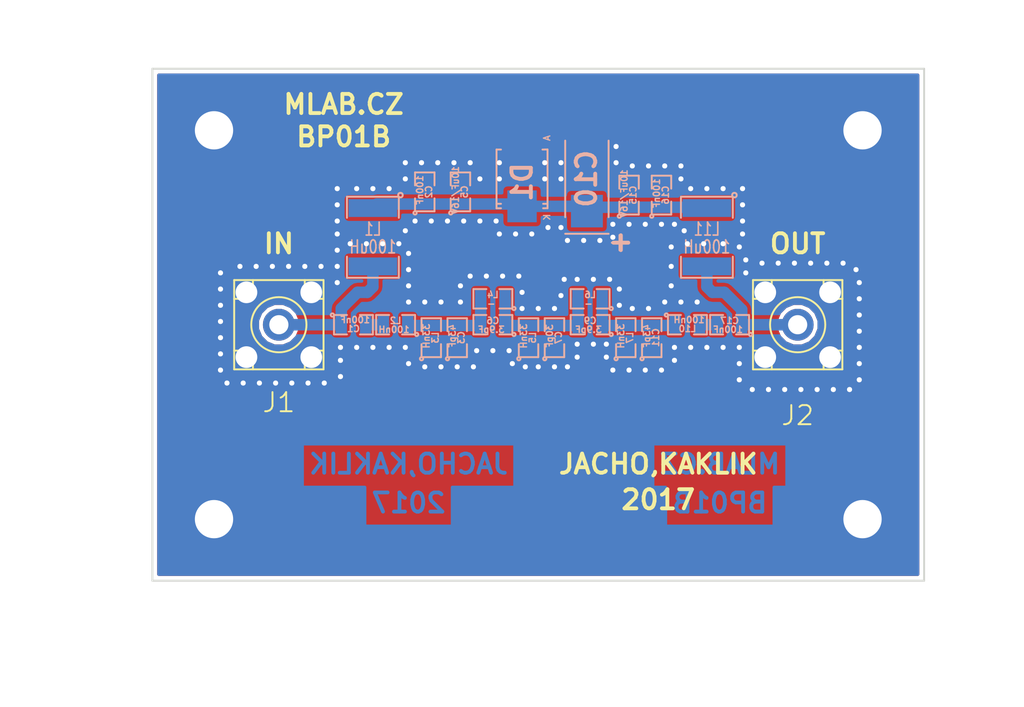
<source format=kicad_pcb>
(kicad_pcb (version 20160815) (host pcbnew "(2016-09-17 revision 679eef1)-makepkg")

  (general
    (links 49)
    (no_connects 0)
    (area -11.684 -45.2704 71.551716 9.652001)
    (thickness 1.6)
    (drawings 16)
    (tracks 448)
    (zones 0)
    (modules 28)
    (nets 10)
  )

  (page A4)
  (title_block
    (title NAME)
    (date "%d. %m. %Y")
    (rev REV)
    (company "Mlab www.mlab.cz")
    (comment 1 VERSION)
    (comment 2 "Short description\\nTwo lines are maximum")
    (comment 3 "nickname <email@example.com>")
  )

  (layers
    (0 F.Cu signal)
    (31 B.Cu signal)
    (32 B.Adhes user)
    (33 F.Adhes user)
    (34 B.Paste user)
    (35 F.Paste user)
    (36 B.SilkS user)
    (37 F.SilkS user)
    (38 B.Mask user)
    (39 F.Mask user)
    (40 Dwgs.User user)
    (41 Cmts.User user)
    (42 Eco1.User user)
    (43 Eco2.User user)
    (44 Edge.Cuts user)
    (45 Margin user)
    (46 B.CrtYd user)
    (47 F.CrtYd user)
    (48 B.Fab user)
    (49 F.Fab user)
  )

  (setup
    (last_trace_width 0.25)
    (user_trace_width 0.3)
    (user_trace_width 0.4)
    (user_trace_width 0.5)
    (user_trace_width 0.6)
    (user_trace_width 0.7)
    (user_trace_width 0.8)
    (user_trace_width 0.9)
    (user_trace_width 1)
    (trace_clearance 0.2)
    (zone_clearance 0.3)
    (zone_45_only no)
    (trace_min 0.2)
    (segment_width 0.2)
    (edge_width 0.15)
    (via_size 0.8)
    (via_drill 0.4)
    (via_min_size 0.4)
    (via_min_drill 0.3)
    (uvia_size 0.3)
    (uvia_drill 0.1)
    (uvias_allowed no)
    (uvia_min_size 0.2)
    (uvia_min_drill 0.1)
    (pcb_text_width 0.3)
    (pcb_text_size 1.5 1.5)
    (mod_edge_width 0.15)
    (mod_text_size 1 1)
    (mod_text_width 0.15)
    (pad_size 1.524 1.524)
    (pad_drill 0.762)
    (pad_to_mask_clearance 0.2)
    (solder_mask_min_width 0.2)
    (aux_axis_origin 0 0)
    (visible_elements 7FFFFF7F)
    (pcbplotparams
      (layerselection 0x010e0_ffffffff)
      (usegerberextensions false)
      (excludeedgelayer true)
      (linewidth 0.150000)
      (plotframeref false)
      (viasonmask false)
      (mode 1)
      (useauxorigin false)
      (hpglpennumber 1)
      (hpglpenspeed 20)
      (hpglpendiameter 15)
      (psnegative false)
      (psa4output false)
      (plotreference true)
      (plotvalue true)
      (plotinvisibletext false)
      (padsonsilk false)
      (subtractmaskfromsilk false)
      (outputformat 1)
      (mirror false)
      (drillshape 0)
      (scaleselection 1)
      (outputdirectory ../CAM_PROFI/))
  )

  (net 0 "")
  (net 1 "Net-(C1-Pad2)")
  (net 2 "Net-(C1-Pad1)")
  (net 3 "Net-(C10-Pad1)")
  (net 4 GND)
  (net 5 "Net-(C3-Pad2)")
  (net 6 "Net-(C6-Pad1)")
  (net 7 "Net-(C11-Pad2)")
  (net 8 "Net-(C17-Pad1)")
  (net 9 "Net-(C17-Pad2)")

  (net_class Default "This is the default net class."
    (clearance 0.2)
    (trace_width 0.25)
    (via_dia 0.8)
    (via_drill 0.4)
    (uvia_dia 0.3)
    (uvia_drill 0.1)
    (diff_pair_gap 0.25)
    (diff_pair_width 0.2)
    (add_net GND)
    (add_net "Net-(C1-Pad1)")
    (add_net "Net-(C1-Pad2)")
    (add_net "Net-(C10-Pad1)")
    (add_net "Net-(C11-Pad2)")
    (add_net "Net-(C17-Pad1)")
    (add_net "Net-(C17-Pad2)")
    (add_net "Net-(C3-Pad2)")
    (add_net "Net-(C6-Pad1)")
  )

  (module Mlab_R:SMD-0805 (layer B.Cu) (tedit 58902C63) (tstamp 584E5CBA)
    (at 16.002 -20.32)
    (path /584A851A)
    (attr smd)
    (fp_text reference C1 (at 0 0.3175) (layer B.SilkS)
      (effects (font (size 0.50038 0.50038) (thickness 0.10922)) (justify mirror))
    )
    (fp_text value 100nF (at 0.127 -0.381) (layer B.SilkS)
      (effects (font (size 0.50038 0.50038) (thickness 0.10922)) (justify mirror))
    )
    (fp_circle (center -1.651 -0.762) (end -1.651 -0.635) (layer B.SilkS) (width 0.15))
    (fp_line (start -0.508 -0.762) (end -1.524 -0.762) (layer B.SilkS) (width 0.15))
    (fp_line (start -1.524 -0.762) (end -1.524 0.762) (layer B.SilkS) (width 0.15))
    (fp_line (start -1.524 0.762) (end -0.508 0.762) (layer B.SilkS) (width 0.15))
    (fp_line (start 0.508 0.762) (end 1.524 0.762) (layer B.SilkS) (width 0.15))
    (fp_line (start 1.524 0.762) (end 1.524 -0.762) (layer B.SilkS) (width 0.15))
    (fp_line (start 1.524 -0.762) (end 0.508 -0.762) (layer B.SilkS) (width 0.15))
    (pad 1 smd rect (at -0.9525 0) (size 0.889 1.397) (layers B.Cu B.Paste B.Mask)
      (net 2 "Net-(C1-Pad1)"))
    (pad 2 smd rect (at 0.9525 0) (size 0.889 1.397) (layers B.Cu B.Paste B.Mask)
      (net 1 "Net-(C1-Pad2)"))
    (model MLAB_3D/Resistors/chip_cms.wrl
      (at (xyz 0 0 0))
      (scale (xyz 0.1 0.1 0.1))
      (rotate (xyz 0 0 0))
    )
  )

  (module Mlab_R:SMD-0805 (layer B.Cu) (tedit 58902C63) (tstamp 584E5CC0)
    (at 21.59 -30.734 90)
    (path /584A9E07)
    (attr smd)
    (fp_text reference C2 (at 0 0.3175 90) (layer B.SilkS)
      (effects (font (size 0.50038 0.50038) (thickness 0.10922)) (justify mirror))
    )
    (fp_text value 100nF (at 0.127 -0.381 90) (layer B.SilkS)
      (effects (font (size 0.50038 0.50038) (thickness 0.10922)) (justify mirror))
    )
    (fp_line (start 1.524 -0.762) (end 0.508 -0.762) (layer B.SilkS) (width 0.15))
    (fp_line (start 1.524 0.762) (end 1.524 -0.762) (layer B.SilkS) (width 0.15))
    (fp_line (start 0.508 0.762) (end 1.524 0.762) (layer B.SilkS) (width 0.15))
    (fp_line (start -1.524 0.762) (end -0.508 0.762) (layer B.SilkS) (width 0.15))
    (fp_line (start -1.524 -0.762) (end -1.524 0.762) (layer B.SilkS) (width 0.15))
    (fp_line (start -0.508 -0.762) (end -1.524 -0.762) (layer B.SilkS) (width 0.15))
    (fp_circle (center -1.651 -0.762) (end -1.651 -0.635) (layer B.SilkS) (width 0.15))
    (pad 2 smd rect (at 0.9525 0 90) (size 0.889 1.397) (layers B.Cu B.Paste B.Mask)
      (net 4 GND))
    (pad 1 smd rect (at -0.9525 0 90) (size 0.889 1.397) (layers B.Cu B.Paste B.Mask)
      (net 3 "Net-(C10-Pad1)"))
    (model MLAB_3D/Resistors/chip_cms.wrl
      (at (xyz 0 0 0))
      (scale (xyz 0.1 0.1 0.1))
      (rotate (xyz 0 0 0))
    )
  )

  (module Mlab_R:SMD-0805 (layer B.Cu) (tedit 58902C63) (tstamp 584E5CC6)
    (at 24.13 -19.304 90)
    (path /584A88A6)
    (attr smd)
    (fp_text reference C3 (at 0 0.3175 90) (layer B.SilkS)
      (effects (font (size 0.50038 0.50038) (thickness 0.10922)) (justify mirror))
    )
    (fp_text value 43pF (at 0.127 -0.381 90) (layer B.SilkS)
      (effects (font (size 0.50038 0.50038) (thickness 0.10922)) (justify mirror))
    )
    (fp_line (start 1.524 -0.762) (end 0.508 -0.762) (layer B.SilkS) (width 0.15))
    (fp_line (start 1.524 0.762) (end 1.524 -0.762) (layer B.SilkS) (width 0.15))
    (fp_line (start 0.508 0.762) (end 1.524 0.762) (layer B.SilkS) (width 0.15))
    (fp_line (start -1.524 0.762) (end -0.508 0.762) (layer B.SilkS) (width 0.15))
    (fp_line (start -1.524 -0.762) (end -1.524 0.762) (layer B.SilkS) (width 0.15))
    (fp_line (start -0.508 -0.762) (end -1.524 -0.762) (layer B.SilkS) (width 0.15))
    (fp_circle (center -1.651 -0.762) (end -1.651 -0.635) (layer B.SilkS) (width 0.15))
    (pad 2 smd rect (at 0.9525 0 90) (size 0.889 1.397) (layers B.Cu B.Paste B.Mask)
      (net 5 "Net-(C3-Pad2)"))
    (pad 1 smd rect (at -0.9525 0 90) (size 0.889 1.397) (layers B.Cu B.Paste B.Mask)
      (net 4 GND))
    (model MLAB_3D/Resistors/chip_cms.wrl
      (at (xyz 0 0 0))
      (scale (xyz 0.1 0.1 0.1))
      (rotate (xyz 0 0 0))
    )
  )

  (module Mlab_R:SMD-0805 (layer B.Cu) (tedit 58902C63) (tstamp 584E5CD2)
    (at 24.384 -30.734 90)
    (path /584A9E8F)
    (attr smd)
    (fp_text reference C5 (at 0 0.3175 90) (layer B.SilkS)
      (effects (font (size 0.50038 0.50038) (thickness 0.10922)) (justify mirror))
    )
    (fp_text value 10uF/16V (at 0.127 -0.381 90) (layer B.SilkS)
      (effects (font (size 0.50038 0.50038) (thickness 0.10922)) (justify mirror))
    )
    (fp_circle (center -1.651 -0.762) (end -1.651 -0.635) (layer B.SilkS) (width 0.15))
    (fp_line (start -0.508 -0.762) (end -1.524 -0.762) (layer B.SilkS) (width 0.15))
    (fp_line (start -1.524 -0.762) (end -1.524 0.762) (layer B.SilkS) (width 0.15))
    (fp_line (start -1.524 0.762) (end -0.508 0.762) (layer B.SilkS) (width 0.15))
    (fp_line (start 0.508 0.762) (end 1.524 0.762) (layer B.SilkS) (width 0.15))
    (fp_line (start 1.524 0.762) (end 1.524 -0.762) (layer B.SilkS) (width 0.15))
    (fp_line (start 1.524 -0.762) (end 0.508 -0.762) (layer B.SilkS) (width 0.15))
    (pad 1 smd rect (at -0.9525 0 90) (size 0.889 1.397) (layers B.Cu B.Paste B.Mask)
      (net 3 "Net-(C10-Pad1)"))
    (pad 2 smd rect (at 0.9525 0 90) (size 0.889 1.397) (layers B.Cu B.Paste B.Mask)
      (net 4 GND))
    (model MLAB_3D/Resistors/chip_cms.wrl
      (at (xyz 0 0 0))
      (scale (xyz 0.1 0.1 0.1))
      (rotate (xyz 0 0 0))
    )
  )

  (module Mlab_R:SMD-0805 (layer B.Cu) (tedit 58902C63) (tstamp 584E5CD8)
    (at 26.924 -20.32 180)
    (path /584A8A5E)
    (attr smd)
    (fp_text reference C6 (at 0 0.3175 180) (layer B.SilkS)
      (effects (font (size 0.50038 0.50038) (thickness 0.10922)) (justify mirror))
    )
    (fp_text value 3.9pF (at 0.127 -0.381 180) (layer B.SilkS)
      (effects (font (size 0.50038 0.50038) (thickness 0.10922)) (justify mirror))
    )
    (fp_circle (center -1.651 -0.762) (end -1.651 -0.635) (layer B.SilkS) (width 0.15))
    (fp_line (start -0.508 -0.762) (end -1.524 -0.762) (layer B.SilkS) (width 0.15))
    (fp_line (start -1.524 -0.762) (end -1.524 0.762) (layer B.SilkS) (width 0.15))
    (fp_line (start -1.524 0.762) (end -0.508 0.762) (layer B.SilkS) (width 0.15))
    (fp_line (start 0.508 0.762) (end 1.524 0.762) (layer B.SilkS) (width 0.15))
    (fp_line (start 1.524 0.762) (end 1.524 -0.762) (layer B.SilkS) (width 0.15))
    (fp_line (start 1.524 -0.762) (end 0.508 -0.762) (layer B.SilkS) (width 0.15))
    (pad 1 smd rect (at -0.9525 0 180) (size 0.889 1.397) (layers B.Cu B.Paste B.Mask)
      (net 6 "Net-(C6-Pad1)"))
    (pad 2 smd rect (at 0.9525 0 180) (size 0.889 1.397) (layers B.Cu B.Paste B.Mask)
      (net 5 "Net-(C3-Pad2)"))
    (model MLAB_3D/Resistors/chip_cms.wrl
      (at (xyz 0 0 0))
      (scale (xyz 0.1 0.1 0.1))
      (rotate (xyz 0 0 0))
    )
  )

  (module Mlab_R:SMD-0805 (layer B.Cu) (tedit 58902C63) (tstamp 584E5CDE)
    (at 31.75 -19.304 90)
    (path /584A941D)
    (attr smd)
    (fp_text reference C7 (at 0 0.3175 90) (layer B.SilkS)
      (effects (font (size 0.50038 0.50038) (thickness 0.10922)) (justify mirror))
    )
    (fp_text value 30pF (at 0.127 -0.381 90) (layer B.SilkS)
      (effects (font (size 0.50038 0.50038) (thickness 0.10922)) (justify mirror))
    )
    (fp_circle (center -1.651 -0.762) (end -1.651 -0.635) (layer B.SilkS) (width 0.15))
    (fp_line (start -0.508 -0.762) (end -1.524 -0.762) (layer B.SilkS) (width 0.15))
    (fp_line (start -1.524 -0.762) (end -1.524 0.762) (layer B.SilkS) (width 0.15))
    (fp_line (start -1.524 0.762) (end -0.508 0.762) (layer B.SilkS) (width 0.15))
    (fp_line (start 0.508 0.762) (end 1.524 0.762) (layer B.SilkS) (width 0.15))
    (fp_line (start 1.524 0.762) (end 1.524 -0.762) (layer B.SilkS) (width 0.15))
    (fp_line (start 1.524 -0.762) (end 0.508 -0.762) (layer B.SilkS) (width 0.15))
    (pad 1 smd rect (at -0.9525 0 90) (size 0.889 1.397) (layers B.Cu B.Paste B.Mask)
      (net 4 GND))
    (pad 2 smd rect (at 0.9525 0 90) (size 0.889 1.397) (layers B.Cu B.Paste B.Mask)
      (net 6 "Net-(C6-Pad1)"))
    (model MLAB_3D/Resistors/chip_cms.wrl
      (at (xyz 0 0 0))
      (scale (xyz 0.1 0.1 0.1))
      (rotate (xyz 0 0 0))
    )
  )

  (module Mlab_R:SMD-0805 (layer B.Cu) (tedit 58902C63) (tstamp 584E5CEA)
    (at 34.544 -20.32 180)
    (path /584A9379)
    (attr smd)
    (fp_text reference C9 (at 0 0.3175 180) (layer B.SilkS)
      (effects (font (size 0.50038 0.50038) (thickness 0.10922)) (justify mirror))
    )
    (fp_text value 3.9pF (at 0.127 -0.381 180) (layer B.SilkS)
      (effects (font (size 0.50038 0.50038) (thickness 0.10922)) (justify mirror))
    )
    (fp_circle (center -1.651 -0.762) (end -1.651 -0.635) (layer B.SilkS) (width 0.15))
    (fp_line (start -0.508 -0.762) (end -1.524 -0.762) (layer B.SilkS) (width 0.15))
    (fp_line (start -1.524 -0.762) (end -1.524 0.762) (layer B.SilkS) (width 0.15))
    (fp_line (start -1.524 0.762) (end -0.508 0.762) (layer B.SilkS) (width 0.15))
    (fp_line (start 0.508 0.762) (end 1.524 0.762) (layer B.SilkS) (width 0.15))
    (fp_line (start 1.524 0.762) (end 1.524 -0.762) (layer B.SilkS) (width 0.15))
    (fp_line (start 1.524 -0.762) (end 0.508 -0.762) (layer B.SilkS) (width 0.15))
    (pad 1 smd rect (at -0.9525 0 180) (size 0.889 1.397) (layers B.Cu B.Paste B.Mask)
      (net 7 "Net-(C11-Pad2)"))
    (pad 2 smd rect (at 0.9525 0 180) (size 0.889 1.397) (layers B.Cu B.Paste B.Mask)
      (net 6 "Net-(C6-Pad1)"))
    (model MLAB_3D/Resistors/chip_cms.wrl
      (at (xyz 0 0 0))
      (scale (xyz 0.1 0.1 0.1))
      (rotate (xyz 0 0 0))
    )
  )

  (module Mlab_C:TantalC_SizeC_Reflow (layer B.Cu) (tedit 58902C63) (tstamp 584E5CF0)
    (at 34.29 -31.75 90)
    (descr "Tantal Cap. , Size C, EIA-6032, Reflow,")
    (tags "Tantal Cap. , Size C, EIA-6032, Reflow,")
    (path /584A9F4F)
    (attr smd)
    (fp_text reference C10 (at 0.0127 -0.0381 90) (layer B.SilkS)
      (effects (font (thickness 0.3048)) (justify mirror))
    )
    (fp_text value 47uF/16V (at -0.09906 -3.59918 90) (layer B.SilkS) hide
      (effects (font (thickness 0.3048)) (justify mirror))
    )
    (fp_line (start -4.30022 1.69926) (end -4.30022 -1.69926) (layer B.SilkS) (width 0.15))
    (fp_line (start 2.99974 -1.69926) (end -2.99974 -1.69926) (layer B.SilkS) (width 0.15))
    (fp_line (start 2.99974 1.69926) (end -2.99974 1.69926) (layer B.SilkS) (width 0.15))
    (fp_text user + (at -4.99872 2.55016 90) (layer B.SilkS)
      (effects (font (thickness 0.3048)) (justify mirror))
    )
    (fp_line (start -5.00126 3.05308) (end -5.00126 1.95326) (layer B.SilkS) (width 0.15))
    (fp_line (start -5.6007 2.5527) (end -4.40182 2.5527) (layer B.SilkS) (width 0.15))
    (pad 2 smd rect (at 2.52476 0 90) (size 2.55016 2.49936) (layers B.Cu B.Paste B.Mask)
      (net 4 GND))
    (pad 1 smd rect (at -2.52476 0 90) (size 2.55016 2.49936) (layers B.Cu B.Paste B.Mask)
      (net 3 "Net-(C10-Pad1)"))
    (model MLAB_3D/Capacitors/c_tant_C.wrl
      (at (xyz 0 0 0))
      (scale (xyz 1 1 1))
      (rotate (xyz 0 0 180))
    )
  )

  (module Mlab_R:SMD-0805 (layer B.Cu) (tedit 58902C63) (tstamp 584E5CF6)
    (at 39.37 -19.304 90)
    (path /584A9559)
    (attr smd)
    (fp_text reference C11 (at 0 0.3175 90) (layer B.SilkS)
      (effects (font (size 0.50038 0.50038) (thickness 0.10922)) (justify mirror))
    )
    (fp_text value 43pF (at 0.127 -0.381 90) (layer B.SilkS)
      (effects (font (size 0.50038 0.50038) (thickness 0.10922)) (justify mirror))
    )
    (fp_line (start 1.524 -0.762) (end 0.508 -0.762) (layer B.SilkS) (width 0.15))
    (fp_line (start 1.524 0.762) (end 1.524 -0.762) (layer B.SilkS) (width 0.15))
    (fp_line (start 0.508 0.762) (end 1.524 0.762) (layer B.SilkS) (width 0.15))
    (fp_line (start -1.524 0.762) (end -0.508 0.762) (layer B.SilkS) (width 0.15))
    (fp_line (start -1.524 -0.762) (end -1.524 0.762) (layer B.SilkS) (width 0.15))
    (fp_line (start -0.508 -0.762) (end -1.524 -0.762) (layer B.SilkS) (width 0.15))
    (fp_circle (center -1.651 -0.762) (end -1.651 -0.635) (layer B.SilkS) (width 0.15))
    (pad 2 smd rect (at 0.9525 0 90) (size 0.889 1.397) (layers B.Cu B.Paste B.Mask)
      (net 7 "Net-(C11-Pad2)"))
    (pad 1 smd rect (at -0.9525 0 90) (size 0.889 1.397) (layers B.Cu B.Paste B.Mask)
      (net 4 GND))
    (model MLAB_3D/Resistors/chip_cms.wrl
      (at (xyz 0 0 0))
      (scale (xyz 0.1 0.1 0.1))
      (rotate (xyz 0 0 0))
    )
  )

  (module Mlab_R:SMD-0805 (layer B.Cu) (tedit 58902C63) (tstamp 584E5D0E)
    (at 37.592 -30.48 90)
    (path /584AA61E)
    (attr smd)
    (fp_text reference C15 (at 0 0.3175 90) (layer B.SilkS)
      (effects (font (size 0.50038 0.50038) (thickness 0.10922)) (justify mirror))
    )
    (fp_text value 10uF/16V (at 0.127 -0.381 90) (layer B.SilkS)
      (effects (font (size 0.50038 0.50038) (thickness 0.10922)) (justify mirror))
    )
    (fp_circle (center -1.651 -0.762) (end -1.651 -0.635) (layer B.SilkS) (width 0.15))
    (fp_line (start -0.508 -0.762) (end -1.524 -0.762) (layer B.SilkS) (width 0.15))
    (fp_line (start -1.524 -0.762) (end -1.524 0.762) (layer B.SilkS) (width 0.15))
    (fp_line (start -1.524 0.762) (end -0.508 0.762) (layer B.SilkS) (width 0.15))
    (fp_line (start 0.508 0.762) (end 1.524 0.762) (layer B.SilkS) (width 0.15))
    (fp_line (start 1.524 0.762) (end 1.524 -0.762) (layer B.SilkS) (width 0.15))
    (fp_line (start 1.524 -0.762) (end 0.508 -0.762) (layer B.SilkS) (width 0.15))
    (pad 1 smd rect (at -0.9525 0 90) (size 0.889 1.397) (layers B.Cu B.Paste B.Mask)
      (net 3 "Net-(C10-Pad1)"))
    (pad 2 smd rect (at 0.9525 0 90) (size 0.889 1.397) (layers B.Cu B.Paste B.Mask)
      (net 4 GND))
    (model MLAB_3D/Resistors/chip_cms.wrl
      (at (xyz 0 0 0))
      (scale (xyz 0.1 0.1 0.1))
      (rotate (xyz 0 0 0))
    )
  )

  (module Mlab_R:SMD-0805 (layer B.Cu) (tedit 58902C63) (tstamp 584E5D14)
    (at 40.132 -30.48 90)
    (path /584AA618)
    (attr smd)
    (fp_text reference C16 (at 0 0.3175 90) (layer B.SilkS)
      (effects (font (size 0.50038 0.50038) (thickness 0.10922)) (justify mirror))
    )
    (fp_text value 100nF (at 0.127 -0.381 90) (layer B.SilkS)
      (effects (font (size 0.50038 0.50038) (thickness 0.10922)) (justify mirror))
    )
    (fp_line (start 1.524 -0.762) (end 0.508 -0.762) (layer B.SilkS) (width 0.15))
    (fp_line (start 1.524 0.762) (end 1.524 -0.762) (layer B.SilkS) (width 0.15))
    (fp_line (start 0.508 0.762) (end 1.524 0.762) (layer B.SilkS) (width 0.15))
    (fp_line (start -1.524 0.762) (end -0.508 0.762) (layer B.SilkS) (width 0.15))
    (fp_line (start -1.524 -0.762) (end -1.524 0.762) (layer B.SilkS) (width 0.15))
    (fp_line (start -0.508 -0.762) (end -1.524 -0.762) (layer B.SilkS) (width 0.15))
    (fp_circle (center -1.651 -0.762) (end -1.651 -0.635) (layer B.SilkS) (width 0.15))
    (pad 2 smd rect (at 0.9525 0 90) (size 0.889 1.397) (layers B.Cu B.Paste B.Mask)
      (net 4 GND))
    (pad 1 smd rect (at -0.9525 0 90) (size 0.889 1.397) (layers B.Cu B.Paste B.Mask)
      (net 3 "Net-(C10-Pad1)"))
    (model MLAB_3D/Resistors/chip_cms.wrl
      (at (xyz 0 0 0))
      (scale (xyz 0.1 0.1 0.1))
      (rotate (xyz 0 0 0))
    )
  )

  (module Mlab_R:SMD-0805 (layer B.Cu) (tedit 58902C63) (tstamp 584E5D1A)
    (at 45.466 -20.32 180)
    (path /584A98B9)
    (attr smd)
    (fp_text reference C17 (at 0 0.3175 180) (layer B.SilkS)
      (effects (font (size 0.50038 0.50038) (thickness 0.10922)) (justify mirror))
    )
    (fp_text value 100nF (at 0.127 -0.381 180) (layer B.SilkS)
      (effects (font (size 0.50038 0.50038) (thickness 0.10922)) (justify mirror))
    )
    (fp_line (start 1.524 -0.762) (end 0.508 -0.762) (layer B.SilkS) (width 0.15))
    (fp_line (start 1.524 0.762) (end 1.524 -0.762) (layer B.SilkS) (width 0.15))
    (fp_line (start 0.508 0.762) (end 1.524 0.762) (layer B.SilkS) (width 0.15))
    (fp_line (start -1.524 0.762) (end -0.508 0.762) (layer B.SilkS) (width 0.15))
    (fp_line (start -1.524 -0.762) (end -1.524 0.762) (layer B.SilkS) (width 0.15))
    (fp_line (start -0.508 -0.762) (end -1.524 -0.762) (layer B.SilkS) (width 0.15))
    (fp_circle (center -1.651 -0.762) (end -1.651 -0.635) (layer B.SilkS) (width 0.15))
    (pad 2 smd rect (at 0.9525 0 180) (size 0.889 1.397) (layers B.Cu B.Paste B.Mask)
      (net 9 "Net-(C17-Pad2)"))
    (pad 1 smd rect (at -0.9525 0 180) (size 0.889 1.397) (layers B.Cu B.Paste B.Mask)
      (net 8 "Net-(C17-Pad1)"))
    (model MLAB_3D/Resistors/chip_cms.wrl
      (at (xyz 0 0 0))
      (scale (xyz 0.1 0.1 0.1))
      (rotate (xyz 0 0 0))
    )
  )

  (module Mlab_D:SMB_Standard (layer B.Cu) (tedit 58902C63) (tstamp 584E5D20)
    (at 29.21 -31.75 270)
    (descr "Diode SMB Standard")
    (tags "Diode SMB Standard")
    (path /584AA354)
    (attr smd)
    (fp_text reference D1 (at 0.254 0 270) (layer B.SilkS)
      (effects (font (thickness 0.3048)) (justify mirror))
    )
    (fp_text value SMBJ15A-E3/52 (at 0 -3.81 270) (layer B.SilkS) hide
      (effects (font (thickness 0.3048)) (justify mirror))
    )
    (fp_text user A (at -3.2004 -1.95072 270) (layer B.SilkS)
      (effects (font (size 0.50038 0.50038) (thickness 0.09906)) (justify mirror))
    )
    (fp_text user K (at 2.99974 -1.95072 270) (layer B.SilkS)
      (effects (font (size 0.50038 0.50038) (thickness 0.09906)) (justify mirror))
    )
    (fp_line (start -2.30124 -1.75006) (end -2.30124 -1.6002) (layer B.SilkS) (width 0.15))
    (fp_line (start 1.95072 -1.75006) (end 1.95072 -1.651) (layer B.SilkS) (width 0.15))
    (fp_line (start 2.30124 -1.75006) (end 2.30124 -1.651) (layer B.SilkS) (width 0.15))
    (fp_line (start -2.30124 1.75006) (end -2.30124 1.651) (layer B.SilkS) (width 0.15))
    (fp_line (start 1.95072 1.75006) (end 1.95072 1.651) (layer B.SilkS) (width 0.15))
    (fp_line (start 2.30124 1.75006) (end 2.30124 1.651) (layer B.SilkS) (width 0.15))
    (fp_circle (center 0 0) (end 0.44958 -0.09906) (layer B.Adhes) (width 0.381))
    (fp_circle (center 0 0) (end 0.20066 -0.09906) (layer B.Adhes) (width 0.381))
    (fp_line (start 1.95072 -1.99898) (end 1.95072 -1.80086) (layer B.SilkS) (width 0.15))
    (fp_line (start 1.95072 1.99898) (end 1.95072 1.80086) (layer B.SilkS) (width 0.15))
    (fp_line (start 2.29616 -1.99644) (end 2.29616 -1.79832) (layer B.SilkS) (width 0.15))
    (fp_line (start -2.30632 -1.99644) (end 2.29616 -1.99644) (layer B.SilkS) (width 0.15))
    (fp_line (start -2.30632 -1.99644) (end -2.30632 -1.79832) (layer B.SilkS) (width 0.15))
    (fp_line (start -2.30124 1.99898) (end -2.30124 1.80086) (layer B.SilkS) (width 0.15))
    (fp_line (start -2.30124 1.99898) (end 2.30124 1.99898) (layer B.SilkS) (width 0.15))
    (fp_line (start 2.30124 1.99898) (end 2.30124 1.80086) (layer B.SilkS) (width 0.15))
    (pad 1 smd rect (at 2.14884 0 270) (size 2.49936 2.30124) (layers B.Cu B.Paste B.Mask)
      (net 3 "Net-(C10-Pad1)"))
    (pad 2 smd rect (at -2.14884 0 270) (size 2.49936 2.30124) (layers B.Cu B.Paste B.Mask)
      (net 4 GND))
    (model MLAB_3D/Diodes/SMB.wrl
      (at (xyz 0 0 0))
      (scale (xyz 0.3937 0.3937 0.3937))
      (rotate (xyz 0 0 0))
    )
  )

  (module Mlab_CON:SMA6251A13G50 locked (layer F.Cu) (tedit 58902C63) (tstamp 584E5D29)
    (at 10.16 -20.32)
    (path /584A8252)
    (fp_text reference J1 (at 0 6.096) (layer F.SilkS)
      (effects (font (size 1.5 1.5) (thickness 0.15)))
    )
    (fp_text value SMA6251A13G50 (at 0 5.1) (layer F.SilkS) hide
      (effects (font (size 1.5 1.5) (thickness 0.15)))
    )
    (fp_line (start -3.5 -3.5) (end -3.5 3.5) (layer F.SilkS) (width 0.15))
    (fp_line (start 3.5 -3.5) (end -3.5 -3.5) (layer F.SilkS) (width 0.15))
    (fp_line (start 3.5 3.5) (end 3.5 -3.5) (layer F.SilkS) (width 0.15))
    (fp_line (start -3.5 3.5) (end 3.5 3.5) (layer F.SilkS) (width 0.15))
    (fp_line (start -2.03 -2.03) (end -3.5 -2.03) (layer F.SilkS) (width 0.15))
    (fp_line (start -2.03 -3.5) (end -2.03 -2.03) (layer F.SilkS) (width 0.15))
    (fp_line (start 2.03 -2.03) (end 3.5 -2.03) (layer F.SilkS) (width 0.15))
    (fp_line (start 2.03 -3.5) (end 2.03 -2.03) (layer F.SilkS) (width 0.15))
    (fp_line (start -3.5 2.03) (end -2.03 2.03) (layer F.SilkS) (width 0.15))
    (fp_line (start -2.03 2.03) (end -2.03 3.5) (layer F.SilkS) (width 0.15))
    (fp_line (start 2.03 2.03) (end 3.5 2.03) (layer F.SilkS) (width 0.15))
    (fp_line (start 2.03 3.5) (end 2.03 2.03) (layer F.SilkS) (width 0.15))
    (fp_line (start 3.05 -3.05) (end 2.03 -3.05) (layer F.SilkS) (width 0.15))
    (fp_line (start 3.05 -3.05) (end 3.05 -2.03) (layer F.SilkS) (width 0.15))
    (fp_line (start -3.05 -3.05) (end -3.05 -2.03) (layer F.SilkS) (width 0.15))
    (fp_line (start -2.03 -3.05) (end -3.05 -3.05) (layer F.SilkS) (width 0.15))
    (fp_line (start -3.05 3.05) (end -3.05 2.03) (layer F.SilkS) (width 0.15))
    (fp_line (start -2.03 3.05) (end -3.05 3.05) (layer F.SilkS) (width 0.15))
    (fp_line (start 3.05 3.05) (end 3.05 2.03) (layer F.SilkS) (width 0.15))
    (fp_line (start 2.03 3.05) (end 3.05 3.05) (layer F.SilkS) (width 0.15))
    (fp_circle (center 0 0) (end -0.11 -2.16) (layer F.SilkS) (width 0.15))
    (pad 2 thru_hole circle (at 2.54 -2.54 180) (size 2.7 2.7) (drill 1.7) (layers *.Cu *.Mask)
      (net 4 GND))
    (pad 2 thru_hole circle (at -2.54 -2.54 180) (size 2.7 2.7) (drill 1.7) (layers *.Cu *.Mask)
      (net 4 GND))
    (pad 2 thru_hole circle (at -2.54 2.54 180) (size 2.7 2.7) (drill 1.7) (layers *.Cu *.Mask)
      (net 4 GND))
    (pad 2 thru_hole circle (at 2.54 2.54 180) (size 2.7 2.7) (drill 1.7) (layers *.Cu *.Mask)
      (net 4 GND))
    (pad 1 thru_hole circle (at 0 0 180) (size 2.5 2.5) (drill 1.5) (layers *.Cu *.Mask)
      (net 2 "Net-(C1-Pad1)"))
  )

  (module Mlab_CON:SMA6251A13G50 locked (layer F.Cu) (tedit 58902C63) (tstamp 584E5D32)
    (at 50.8 -20.32)
    (path /584A84A8)
    (fp_text reference J2 (at 0 7.112) (layer F.SilkS)
      (effects (font (size 1.5 1.5) (thickness 0.15)))
    )
    (fp_text value SMA6251A13G50 (at 0 5.1) (layer F.SilkS) hide
      (effects (font (size 1.5 1.5) (thickness 0.15)))
    )
    (fp_circle (center 0 0) (end -0.11 -2.16) (layer F.SilkS) (width 0.15))
    (fp_line (start 2.03 3.05) (end 3.05 3.05) (layer F.SilkS) (width 0.15))
    (fp_line (start 3.05 3.05) (end 3.05 2.03) (layer F.SilkS) (width 0.15))
    (fp_line (start -2.03 3.05) (end -3.05 3.05) (layer F.SilkS) (width 0.15))
    (fp_line (start -3.05 3.05) (end -3.05 2.03) (layer F.SilkS) (width 0.15))
    (fp_line (start -2.03 -3.05) (end -3.05 -3.05) (layer F.SilkS) (width 0.15))
    (fp_line (start -3.05 -3.05) (end -3.05 -2.03) (layer F.SilkS) (width 0.15))
    (fp_line (start 3.05 -3.05) (end 3.05 -2.03) (layer F.SilkS) (width 0.15))
    (fp_line (start 3.05 -3.05) (end 2.03 -3.05) (layer F.SilkS) (width 0.15))
    (fp_line (start 2.03 3.5) (end 2.03 2.03) (layer F.SilkS) (width 0.15))
    (fp_line (start 2.03 2.03) (end 3.5 2.03) (layer F.SilkS) (width 0.15))
    (fp_line (start -2.03 2.03) (end -2.03 3.5) (layer F.SilkS) (width 0.15))
    (fp_line (start -3.5 2.03) (end -2.03 2.03) (layer F.SilkS) (width 0.15))
    (fp_line (start 2.03 -3.5) (end 2.03 -2.03) (layer F.SilkS) (width 0.15))
    (fp_line (start 2.03 -2.03) (end 3.5 -2.03) (layer F.SilkS) (width 0.15))
    (fp_line (start -2.03 -3.5) (end -2.03 -2.03) (layer F.SilkS) (width 0.15))
    (fp_line (start -2.03 -2.03) (end -3.5 -2.03) (layer F.SilkS) (width 0.15))
    (fp_line (start -3.5 3.5) (end 3.5 3.5) (layer F.SilkS) (width 0.15))
    (fp_line (start 3.5 3.5) (end 3.5 -3.5) (layer F.SilkS) (width 0.15))
    (fp_line (start 3.5 -3.5) (end -3.5 -3.5) (layer F.SilkS) (width 0.15))
    (fp_line (start -3.5 -3.5) (end -3.5 3.5) (layer F.SilkS) (width 0.15))
    (pad 1 thru_hole circle (at 0 0 180) (size 2.5 2.5) (drill 1.5) (layers *.Cu *.Mask)
      (net 8 "Net-(C17-Pad1)"))
    (pad 2 thru_hole circle (at 2.54 2.54 180) (size 2.7 2.7) (drill 1.7) (layers *.Cu *.Mask)
      (net 4 GND))
    (pad 2 thru_hole circle (at -2.54 2.54 180) (size 2.7 2.7) (drill 1.7) (layers *.Cu *.Mask)
      (net 4 GND))
    (pad 2 thru_hole circle (at -2.54 -2.54 180) (size 2.7 2.7) (drill 1.7) (layers *.Cu *.Mask)
      (net 4 GND))
    (pad 2 thru_hole circle (at 2.54 -2.54 180) (size 2.7 2.7) (drill 1.7) (layers *.Cu *.Mask)
      (net 4 GND))
  )

  (module Mlab_R:SMD-1812 (layer B.Cu) (tedit 58902C63) (tstamp 584E5D38)
    (at 17.526 -27.178 270)
    (tags "CMS SMD")
    (path /584A9631)
    (attr smd)
    (fp_text reference L1 (at -0.635 0 180) (layer B.SilkS)
      (effects (font (size 1.016 0.762) (thickness 0.127)) (justify mirror))
    )
    (fp_text value 100uH (at 0.762 0 180) (layer B.SilkS)
      (effects (font (size 1.016 0.762) (thickness 0.127)) (justify mirror))
    )
    (fp_line (start -3.175 -2.032) (end -1.524 -2.032) (layer B.SilkS) (width 0.15))
    (fp_line (start -3.175 2.032) (end -3.175 -2.032) (layer B.SilkS) (width 0.15))
    (fp_line (start -1.524 2.032) (end -3.175 2.032) (layer B.SilkS) (width 0.15))
    (fp_line (start 3.175 2.032) (end 1.524 2.032) (layer B.SilkS) (width 0.15))
    (fp_line (start 3.175 -2.032) (end 3.175 2.032) (layer B.SilkS) (width 0.15))
    (fp_line (start 1.524 -2.032) (end 3.175 -2.032) (layer B.SilkS) (width 0.15))
    (fp_circle (center -3.302 -2.159) (end -3.175 -2.032) (layer B.SilkS) (width 0.15))
    (pad 2 smd rect (at 2.286 0 270) (size 1.397 3.81) (layers B.Cu B.Paste B.Mask)
      (net 2 "Net-(C1-Pad1)"))
    (pad 1 smd rect (at -2.286 0 270) (size 1.397 3.81) (layers B.Cu B.Paste B.Mask)
      (net 3 "Net-(C10-Pad1)"))
    (model MLAB_3D/Resistors/chip_cms.wrl
      (at (xyz 0 0 0))
      (scale (xyz 0.21 0.3 0.2))
      (rotate (xyz 0 0 0))
    )
  )

  (module Mlab_R:SMD-0805 (layer B.Cu) (tedit 58902C63) (tstamp 584E5D3E)
    (at 19.304 -20.32 180)
    (path /584A9157)
    (attr smd)
    (fp_text reference L2 (at 0 0.3175 180) (layer B.SilkS)
      (effects (font (size 0.50038 0.50038) (thickness 0.10922)) (justify mirror))
    )
    (fp_text value 100nH (at 0.127 -0.381 180) (layer B.SilkS)
      (effects (font (size 0.50038 0.50038) (thickness 0.10922)) (justify mirror))
    )
    (fp_circle (center -1.651 -0.762) (end -1.651 -0.635) (layer B.SilkS) (width 0.15))
    (fp_line (start -0.508 -0.762) (end -1.524 -0.762) (layer B.SilkS) (width 0.15))
    (fp_line (start -1.524 -0.762) (end -1.524 0.762) (layer B.SilkS) (width 0.15))
    (fp_line (start -1.524 0.762) (end -0.508 0.762) (layer B.SilkS) (width 0.15))
    (fp_line (start 0.508 0.762) (end 1.524 0.762) (layer B.SilkS) (width 0.15))
    (fp_line (start 1.524 0.762) (end 1.524 -0.762) (layer B.SilkS) (width 0.15))
    (fp_line (start 1.524 -0.762) (end 0.508 -0.762) (layer B.SilkS) (width 0.15))
    (pad 1 smd rect (at -0.9525 0 180) (size 0.889 1.397) (layers B.Cu B.Paste B.Mask)
      (net 5 "Net-(C3-Pad2)"))
    (pad 2 smd rect (at 0.9525 0 180) (size 0.889 1.397) (layers B.Cu B.Paste B.Mask)
      (net 1 "Net-(C1-Pad2)"))
    (model MLAB_3D/Resistors/chip_cms.wrl
      (at (xyz 0 0 0))
      (scale (xyz 0.1 0.1 0.1))
      (rotate (xyz 0 0 0))
    )
  )

  (module Mlab_R:SMD-0805 (layer B.Cu) (tedit 58902C63) (tstamp 584E5D44)
    (at 22.098 -19.304 90)
    (path /584A9186)
    (attr smd)
    (fp_text reference L3 (at 0 0.3175 90) (layer B.SilkS)
      (effects (font (size 0.50038 0.50038) (thickness 0.10922)) (justify mirror))
    )
    (fp_text value 33nH (at 0.127 -0.381 90) (layer B.SilkS)
      (effects (font (size 0.50038 0.50038) (thickness 0.10922)) (justify mirror))
    )
    (fp_line (start 1.524 -0.762) (end 0.508 -0.762) (layer B.SilkS) (width 0.15))
    (fp_line (start 1.524 0.762) (end 1.524 -0.762) (layer B.SilkS) (width 0.15))
    (fp_line (start 0.508 0.762) (end 1.524 0.762) (layer B.SilkS) (width 0.15))
    (fp_line (start -1.524 0.762) (end -0.508 0.762) (layer B.SilkS) (width 0.15))
    (fp_line (start -1.524 -0.762) (end -1.524 0.762) (layer B.SilkS) (width 0.15))
    (fp_line (start -0.508 -0.762) (end -1.524 -0.762) (layer B.SilkS) (width 0.15))
    (fp_circle (center -1.651 -0.762) (end -1.651 -0.635) (layer B.SilkS) (width 0.15))
    (pad 2 smd rect (at 0.9525 0 90) (size 0.889 1.397) (layers B.Cu B.Paste B.Mask)
      (net 5 "Net-(C3-Pad2)"))
    (pad 1 smd rect (at -0.9525 0 90) (size 0.889 1.397) (layers B.Cu B.Paste B.Mask)
      (net 4 GND))
    (model MLAB_3D/Resistors/chip_cms.wrl
      (at (xyz 0 0 0))
      (scale (xyz 0.1 0.1 0.1))
      (rotate (xyz 0 0 0))
    )
  )

  (module Mlab_R:SMD-0805 (layer B.Cu) (tedit 58902C63) (tstamp 584E5D4A)
    (at 26.924 -22.352 180)
    (path /584A8DE8)
    (attr smd)
    (fp_text reference L4 (at 0 0.3175 180) (layer B.SilkS)
      (effects (font (size 0.50038 0.50038) (thickness 0.10922)) (justify mirror))
    )
    (fp_text value - (at 0.127 -0.381 180) (layer B.SilkS)
      (effects (font (size 0.50038 0.50038) (thickness 0.10922)) (justify mirror))
    )
    (fp_line (start 1.524 -0.762) (end 0.508 -0.762) (layer B.SilkS) (width 0.15))
    (fp_line (start 1.524 0.762) (end 1.524 -0.762) (layer B.SilkS) (width 0.15))
    (fp_line (start 0.508 0.762) (end 1.524 0.762) (layer B.SilkS) (width 0.15))
    (fp_line (start -1.524 0.762) (end -0.508 0.762) (layer B.SilkS) (width 0.15))
    (fp_line (start -1.524 -0.762) (end -1.524 0.762) (layer B.SilkS) (width 0.15))
    (fp_line (start -0.508 -0.762) (end -1.524 -0.762) (layer B.SilkS) (width 0.15))
    (fp_circle (center -1.651 -0.762) (end -1.651 -0.635) (layer B.SilkS) (width 0.15))
    (pad 2 smd rect (at 0.9525 0 180) (size 0.889 1.397) (layers B.Cu B.Paste B.Mask)
      (net 5 "Net-(C3-Pad2)"))
    (pad 1 smd rect (at -0.9525 0 180) (size 0.889 1.397) (layers B.Cu B.Paste B.Mask)
      (net 6 "Net-(C6-Pad1)"))
    (model MLAB_3D/Resistors/chip_cms.wrl
      (at (xyz 0 0 0))
      (scale (xyz 0.1 0.1 0.1))
      (rotate (xyz 0 0 0))
    )
  )

  (module Mlab_R:SMD-0805 (layer B.Cu) (tedit 58902C63) (tstamp 584E5D50)
    (at 29.718 -19.304 90)
    (path /584A9423)
    (attr smd)
    (fp_text reference L5 (at 0 0.3175 90) (layer B.SilkS)
      (effects (font (size 0.50038 0.50038) (thickness 0.10922)) (justify mirror))
    )
    (fp_text value 33nH (at 0.127 -0.381 90) (layer B.SilkS)
      (effects (font (size 0.50038 0.50038) (thickness 0.10922)) (justify mirror))
    )
    (fp_line (start 1.524 -0.762) (end 0.508 -0.762) (layer B.SilkS) (width 0.15))
    (fp_line (start 1.524 0.762) (end 1.524 -0.762) (layer B.SilkS) (width 0.15))
    (fp_line (start 0.508 0.762) (end 1.524 0.762) (layer B.SilkS) (width 0.15))
    (fp_line (start -1.524 0.762) (end -0.508 0.762) (layer B.SilkS) (width 0.15))
    (fp_line (start -1.524 -0.762) (end -1.524 0.762) (layer B.SilkS) (width 0.15))
    (fp_line (start -0.508 -0.762) (end -1.524 -0.762) (layer B.SilkS) (width 0.15))
    (fp_circle (center -1.651 -0.762) (end -1.651 -0.635) (layer B.SilkS) (width 0.15))
    (pad 2 smd rect (at 0.9525 0 90) (size 0.889 1.397) (layers B.Cu B.Paste B.Mask)
      (net 6 "Net-(C6-Pad1)"))
    (pad 1 smd rect (at -0.9525 0 90) (size 0.889 1.397) (layers B.Cu B.Paste B.Mask)
      (net 4 GND))
    (model MLAB_3D/Resistors/chip_cms.wrl
      (at (xyz 0 0 0))
      (scale (xyz 0.1 0.1 0.1))
      (rotate (xyz 0 0 0))
    )
  )

  (module Mlab_R:SMD-0805 (layer B.Cu) (tedit 58902C63) (tstamp 584E5D56)
    (at 34.544 -22.352 180)
    (path /584A937F)
    (attr smd)
    (fp_text reference L6 (at 0 0.3175 180) (layer B.SilkS)
      (effects (font (size 0.50038 0.50038) (thickness 0.10922)) (justify mirror))
    )
    (fp_text value - (at 0.127 -0.381 180) (layer B.SilkS)
      (effects (font (size 0.50038 0.50038) (thickness 0.10922)) (justify mirror))
    )
    (fp_line (start 1.524 -0.762) (end 0.508 -0.762) (layer B.SilkS) (width 0.15))
    (fp_line (start 1.524 0.762) (end 1.524 -0.762) (layer B.SilkS) (width 0.15))
    (fp_line (start 0.508 0.762) (end 1.524 0.762) (layer B.SilkS) (width 0.15))
    (fp_line (start -1.524 0.762) (end -0.508 0.762) (layer B.SilkS) (width 0.15))
    (fp_line (start -1.524 -0.762) (end -1.524 0.762) (layer B.SilkS) (width 0.15))
    (fp_line (start -0.508 -0.762) (end -1.524 -0.762) (layer B.SilkS) (width 0.15))
    (fp_circle (center -1.651 -0.762) (end -1.651 -0.635) (layer B.SilkS) (width 0.15))
    (pad 2 smd rect (at 0.9525 0 180) (size 0.889 1.397) (layers B.Cu B.Paste B.Mask)
      (net 6 "Net-(C6-Pad1)"))
    (pad 1 smd rect (at -0.9525 0 180) (size 0.889 1.397) (layers B.Cu B.Paste B.Mask)
      (net 7 "Net-(C11-Pad2)"))
    (model MLAB_3D/Resistors/chip_cms.wrl
      (at (xyz 0 0 0))
      (scale (xyz 0.1 0.1 0.1))
      (rotate (xyz 0 0 0))
    )
  )

  (module Mlab_R:SMD-0805 (layer B.Cu) (tedit 58902C63) (tstamp 584E5D5C)
    (at 37.338 -19.304 90)
    (path /584A955F)
    (attr smd)
    (fp_text reference L7 (at 0 0.3175 90) (layer B.SilkS)
      (effects (font (size 0.50038 0.50038) (thickness 0.10922)) (justify mirror))
    )
    (fp_text value 33nH (at 0.127 -0.381 90) (layer B.SilkS)
      (effects (font (size 0.50038 0.50038) (thickness 0.10922)) (justify mirror))
    )
    (fp_circle (center -1.651 -0.762) (end -1.651 -0.635) (layer B.SilkS) (width 0.15))
    (fp_line (start -0.508 -0.762) (end -1.524 -0.762) (layer B.SilkS) (width 0.15))
    (fp_line (start -1.524 -0.762) (end -1.524 0.762) (layer B.SilkS) (width 0.15))
    (fp_line (start -1.524 0.762) (end -0.508 0.762) (layer B.SilkS) (width 0.15))
    (fp_line (start 0.508 0.762) (end 1.524 0.762) (layer B.SilkS) (width 0.15))
    (fp_line (start 1.524 0.762) (end 1.524 -0.762) (layer B.SilkS) (width 0.15))
    (fp_line (start 1.524 -0.762) (end 0.508 -0.762) (layer B.SilkS) (width 0.15))
    (pad 1 smd rect (at -0.9525 0 90) (size 0.889 1.397) (layers B.Cu B.Paste B.Mask)
      (net 4 GND))
    (pad 2 smd rect (at 0.9525 0 90) (size 0.889 1.397) (layers B.Cu B.Paste B.Mask)
      (net 7 "Net-(C11-Pad2)"))
    (model MLAB_3D/Resistors/chip_cms.wrl
      (at (xyz 0 0 0))
      (scale (xyz 0.1 0.1 0.1))
      (rotate (xyz 0 0 0))
    )
  )

  (module Mlab_R:SMD-0805 (layer B.Cu) (tedit 58902C63) (tstamp 584E5D6E)
    (at 42.164 -20.32)
    (path /584A98C5)
    (attr smd)
    (fp_text reference L10 (at 0 0.3175) (layer B.SilkS)
      (effects (font (size 0.50038 0.50038) (thickness 0.10922)) (justify mirror))
    )
    (fp_text value 100nH (at 0.127 -0.381) (layer B.SilkS)
      (effects (font (size 0.50038 0.50038) (thickness 0.10922)) (justify mirror))
    )
    (fp_line (start 1.524 -0.762) (end 0.508 -0.762) (layer B.SilkS) (width 0.15))
    (fp_line (start 1.524 0.762) (end 1.524 -0.762) (layer B.SilkS) (width 0.15))
    (fp_line (start 0.508 0.762) (end 1.524 0.762) (layer B.SilkS) (width 0.15))
    (fp_line (start -1.524 0.762) (end -0.508 0.762) (layer B.SilkS) (width 0.15))
    (fp_line (start -1.524 -0.762) (end -1.524 0.762) (layer B.SilkS) (width 0.15))
    (fp_line (start -0.508 -0.762) (end -1.524 -0.762) (layer B.SilkS) (width 0.15))
    (fp_circle (center -1.651 -0.762) (end -1.651 -0.635) (layer B.SilkS) (width 0.15))
    (pad 2 smd rect (at 0.9525 0) (size 0.889 1.397) (layers B.Cu B.Paste B.Mask)
      (net 9 "Net-(C17-Pad2)"))
    (pad 1 smd rect (at -0.9525 0) (size 0.889 1.397) (layers B.Cu B.Paste B.Mask)
      (net 7 "Net-(C11-Pad2)"))
    (model MLAB_3D/Resistors/chip_cms.wrl
      (at (xyz 0 0 0))
      (scale (xyz 0.1 0.1 0.1))
      (rotate (xyz 0 0 0))
    )
  )

  (module Mlab_R:SMD-1812 (layer B.Cu) (tedit 58902C63) (tstamp 584E5D74)
    (at 43.688 -27.178 270)
    (tags "CMS SMD")
    (path /584A9A94)
    (attr smd)
    (fp_text reference L11 (at -0.635 0 180) (layer B.SilkS)
      (effects (font (size 1.016 0.762) (thickness 0.127)) (justify mirror))
    )
    (fp_text value 100uH (at 0.762 0 180) (layer B.SilkS)
      (effects (font (size 1.016 0.762) (thickness 0.127)) (justify mirror))
    )
    (fp_circle (center -3.302 -2.159) (end -3.175 -2.032) (layer B.SilkS) (width 0.15))
    (fp_line (start 1.524 -2.032) (end 3.175 -2.032) (layer B.SilkS) (width 0.15))
    (fp_line (start 3.175 -2.032) (end 3.175 2.032) (layer B.SilkS) (width 0.15))
    (fp_line (start 3.175 2.032) (end 1.524 2.032) (layer B.SilkS) (width 0.15))
    (fp_line (start -1.524 2.032) (end -3.175 2.032) (layer B.SilkS) (width 0.15))
    (fp_line (start -3.175 2.032) (end -3.175 -2.032) (layer B.SilkS) (width 0.15))
    (fp_line (start -3.175 -2.032) (end -1.524 -2.032) (layer B.SilkS) (width 0.15))
    (pad 1 smd rect (at -2.286 0 270) (size 1.397 3.81) (layers B.Cu B.Paste B.Mask)
      (net 3 "Net-(C10-Pad1)"))
    (pad 2 smd rect (at 2.286 0 270) (size 1.397 3.81) (layers B.Cu B.Paste B.Mask)
      (net 8 "Net-(C17-Pad1)"))
    (model MLAB_3D/Resistors/chip_cms.wrl
      (at (xyz 0 0 0))
      (scale (xyz 0.21 0.3 0.2))
      (rotate (xyz 0 0 0))
    )
  )

  (module Mlab_Mechanical:MountingHole_3mm locked placed (layer F.Cu) (tedit 58902C63) (tstamp 584E5D79)
    (at 55.88 -5.08)
    (descr "Mounting hole, Befestigungsbohrung, 3mm, No Annular, Kein Restring,")
    (tags "Mounting hole, Befestigungsbohrung, 3mm, No Annular, Kein Restring,")
    (path /549D7549)
    (fp_text reference M1 (at 0 -4.191) (layer F.SilkS) hide
      (effects (font (thickness 0.3048)))
    )
    (fp_text value HOLE (at 0 4.191) (layer F.SilkS) hide
      (effects (font (thickness 0.3048)))
    )
    (fp_circle (center 0 0) (end 2.99974 0) (layer Cmts.User) (width 0.381))
    (pad 1 thru_hole circle (at 0 0) (size 6 6) (drill 3) (layers *.Cu *.Adhes *.Mask)
      (net 4 GND) (clearance 1) (zone_connect 2))
  )

  (module Mlab_Mechanical:MountingHole_3mm locked placed (layer F.Cu) (tedit 58902C63) (tstamp 584E5D7E)
    (at 5.08 -5.08)
    (descr "Mounting hole, Befestigungsbohrung, 3mm, No Annular, Kein Restring,")
    (tags "Mounting hole, Befestigungsbohrung, 3mm, No Annular, Kein Restring,")
    (path /549D7628)
    (fp_text reference M2 (at 0 -4.191) (layer F.SilkS) hide
      (effects (font (thickness 0.3048)))
    )
    (fp_text value HOLE (at 0 4.191) (layer F.SilkS) hide
      (effects (font (thickness 0.3048)))
    )
    (fp_circle (center 0 0) (end 2.99974 0) (layer Cmts.User) (width 0.381))
    (pad 1 thru_hole circle (at 0 0) (size 6 6) (drill 3) (layers *.Cu *.Adhes *.Mask)
      (net 4 GND) (clearance 1) (zone_connect 2))
  )

  (module Mlab_Mechanical:MountingHole_3mm locked placed (layer F.Cu) (tedit 58902C63) (tstamp 584E5D83)
    (at 55.88 -35.56)
    (descr "Mounting hole, Befestigungsbohrung, 3mm, No Annular, Kein Restring,")
    (tags "Mounting hole, Befestigungsbohrung, 3mm, No Annular, Kein Restring,")
    (path /549D7646)
    (fp_text reference M3 (at 0 -4.191) (layer F.SilkS) hide
      (effects (font (thickness 0.3048)))
    )
    (fp_text value HOLE (at 0 4.191) (layer F.SilkS) hide
      (effects (font (thickness 0.3048)))
    )
    (fp_circle (center 0 0) (end 2.99974 0) (layer Cmts.User) (width 0.381))
    (pad 1 thru_hole circle (at 0 0) (size 6 6) (drill 3) (layers *.Cu *.Adhes *.Mask)
      (net 4 GND) (clearance 1) (zone_connect 2))
  )

  (module Mlab_Mechanical:MountingHole_3mm placed (layer F.Cu) (tedit 58902C63) (tstamp 584E5D88)
    (at 5.08 -35.56)
    (descr "Mounting hole, Befestigungsbohrung, 3mm, No Annular, Kein Restring,")
    (tags "Mounting hole, Befestigungsbohrung, 3mm, No Annular, Kein Restring,")
    (path /549D7665)
    (fp_text reference M4 (at 0 -4.191) (layer F.SilkS) hide
      (effects (font (thickness 0.3048)))
    )
    (fp_text value HOLE (at 0 4.191) (layer F.SilkS) hide
      (effects (font (thickness 0.3048)))
    )
    (fp_circle (center 0 0) (end 2.99974 0) (layer Cmts.User) (width 0.381))
    (pad 1 thru_hole circle (at 0 0) (size 6 6) (drill 3) (layers *.Cu *.Adhes *.Mask)
      (net 4 GND) (clearance 1) (zone_connect 2))
  )

  (dimension 60.452 (width 0.3) (layer Dwgs.User)
    (gr_text "2,3800 in" (at 30.48 -43.9204) (layer Dwgs.User) (tstamp 58902C9D)
      (effects (font (size 1.5 1.5) (thickness 0.3)))
    )
    (feature1 (pts (xy 60.706 -40.132) (xy 60.706 -45.2704)))
    (feature2 (pts (xy 0.254 -40.132) (xy 0.254 -45.2704)))
    (crossbar (pts (xy 0.254 -42.5704) (xy 60.706 -42.5704)))
    (arrow1a (pts (xy 60.706 -42.5704) (xy 59.579496 -41.983979)))
    (arrow1b (pts (xy 60.706 -42.5704) (xy 59.579496 -43.156821)))
    (arrow2a (pts (xy 0.254 -42.5704) (xy 1.380504 -41.983979)))
    (arrow2b (pts (xy 0.254 -42.5704) (xy 1.380504 -43.156821)))
  )
  (dimension 39.878 (width 0.3) (layer Dwgs.User)
    (gr_text "1,5700 in" (at 65.866 -20.193 90) (layer Dwgs.User) (tstamp 58902C9E)
      (effects (font (size 1.5 1.5) (thickness 0.3)))
    )
    (feature1 (pts (xy 60.452 -40.132) (xy 67.216 -40.132)))
    (feature2 (pts (xy 60.452 -0.254) (xy 67.216 -0.254)))
    (crossbar (pts (xy 64.516 -0.254) (xy 64.516 -40.132)))
    (arrow1a (pts (xy 64.516 -40.132) (xy 65.102421 -39.005496)))
    (arrow1b (pts (xy 64.516 -40.132) (xy 63.929579 -39.005496)))
    (arrow2a (pts (xy 64.516 -0.254) (xy 65.102421 -1.380504)))
    (arrow2b (pts (xy 64.516 -0.254) (xy 63.929579 -1.380504)))
  )
  (gr_text OUT (at 50.8 -26.67) (layer F.SilkS) (tstamp 585795A7)
    (effects (font (size 1.5 1.5) (thickness 0.3)))
  )
  (gr_text IN (at 10.16 -26.67) (layer F.SilkS) (tstamp 5857959F)
    (effects (font (size 1.5 1.5) (thickness 0.3)))
  )
  (gr_text 2017 (at 39.878 -6.604) (layer F.SilkS) (tstamp 58579373)
    (effects (font (size 1.5 1.5) (thickness 0.3)))
  )
  (gr_text JACHO,KAKLIK (at 39.878 -9.398) (layer F.SilkS) (tstamp 58579371)
    (effects (font (size 1.5 1.5) (thickness 0.3)))
  )
  (gr_text BP01B (at 15.24 -35.052) (layer F.SilkS) (tstamp 5857936F)
    (effects (font (size 1.5 1.5) (thickness 0.3)))
  )
  (gr_text MLAB.CZ (at 15.24 -37.592) (layer F.SilkS) (tstamp 5857936C)
    (effects (font (size 1.5 1.5) (thickness 0.3)))
  )
  (gr_text JACHO,KAKLIK (at 20.32 -9.398) (layer B.Cu) (tstamp 585792E0)
    (effects (font (size 1.5 1.5) (thickness 0.3)) (justify mirror))
  )
  (gr_text 2017 (at 20.32 -6.35) (layer B.Cu) (tstamp 585792DD)
    (effects (font (size 1.5 1.5) (thickness 0.3)) (justify mirror))
  )
  (gr_text BP01B (at 44.704 -6.35) (layer B.Cu) (tstamp 585792CF)
    (effects (font (size 1.5 1.5) (thickness 0.3)) (justify mirror))
  )
  (gr_text MLAB.CZ (at 44.704 -9.398) (layer B.Cu)
    (effects (font (size 1.5 1.5) (thickness 0.3)) (justify mirror))
  )
  (gr_line (start 0.254 -0.254) (end 0.254 -40.386) (layer Edge.Cuts) (width 0.15))
  (gr_line (start 60.706 -0.254) (end 0.254 -0.254) (layer Edge.Cuts) (width 0.15))
  (gr_line (start 60.706 -40.386) (end 60.706 -0.254) (layer Edge.Cuts) (width 0.15))
  (gr_line (start 0.254 -40.386) (end 60.706 -40.386) (layer Edge.Cuts) (width 0.15))

  (segment (start 18.3515 -20.32) (end 16.9545 -20.32) (width 0.9) (layer B.Cu) (net 1))
  (segment (start 10.16 -20.32) (end 15.0495 -20.32) (width 0.9) (layer B.Cu) (net 2))
  (segment (start 15.0495 -20.32) (end 15.0495 -21.59) (width 0.9) (layer B.Cu) (net 2))
  (segment (start 17.0925 -22.86) (end 16.3195 -22.86) (width 0.9) (layer B.Cu) (net 2))
  (segment (start 16.3195 -22.86) (end 15.0495 -21.59) (width 0.9) (layer B.Cu) (net 2))
  (segment (start 17.526 -24.892) (end 17.526 -23.2935) (width 0.9) (layer B.Cu) (net 2))
  (segment (start 17.526 -23.2935) (end 17.0925 -22.86) (width 0.9) (layer B.Cu) (net 2))
  (segment (start 40.132 -29.5275) (end 43.6245 -29.5275) (width 0.9) (layer B.Cu) (net 3))
  (segment (start 43.6245 -29.5275) (end 43.688 -29.464) (width 0.9) (layer B.Cu) (net 3))
  (segment (start 40.132 -29.5275) (end 37.592 -29.5275) (width 0.9) (layer B.Cu) (net 3))
  (segment (start 37.592 -29.5275) (end 34.59226 -29.5275) (width 0.9) (layer B.Cu) (net 3))
  (segment (start 34.59226 -29.5275) (end 34.29 -29.22524) (width 0.9) (layer B.Cu) (net 3))
  (segment (start 29.21 -29.60116) (end 33.91408 -29.60116) (width 0.9) (layer B.Cu) (net 3))
  (segment (start 33.91408 -29.60116) (end 34.29 -29.22524) (width 0.9) (layer B.Cu) (net 3))
  (segment (start 24.384 -29.7815) (end 29.02966 -29.7815) (width 0.9) (layer B.Cu) (net 3))
  (segment (start 29.02966 -29.7815) (end 29.21 -29.60116) (width 0.9) (layer B.Cu) (net 3))
  (segment (start 21.59 -29.7815) (end 24.384 -29.7815) (width 0.9) (layer B.Cu) (net 3))
  (segment (start 21.59 -29.7815) (end 17.8435 -29.7815) (width 0.9) (layer B.Cu) (net 3))
  (segment (start 17.8435 -29.7815) (end 17.526 -29.464) (width 0.9) (layer B.Cu) (net 3))
  (segment (start 14.986 -16.256) (end 14.986 -17.526) (width 0.4) (layer F.Cu) (net 4))
  (via (at 14.986 -17.526) (size 0.8) (drill 0.4) (layers F.Cu B.Cu) (net 4))
  (segment (start 13.716 -15.748) (end 14.478 -15.748) (width 0.4) (layer B.Cu) (net 4))
  (segment (start 14.478 -15.748) (end 14.986 -16.256) (width 0.4) (layer B.Cu) (net 4))
  (via (at 14.986 -16.256) (size 0.8) (drill 0.4) (layers F.Cu B.Cu) (net 4))
  (segment (start 12.446 -15.748) (end 13.716 -15.748) (width 0.4) (layer F.Cu) (net 4))
  (via (at 13.716 -15.748) (size 0.8) (drill 0.4) (layers F.Cu B.Cu) (net 4))
  (segment (start 11.176 -15.748) (end 12.446 -15.748) (width 0.4) (layer B.Cu) (net 4))
  (via (at 12.446 -15.748) (size 0.8) (drill 0.4) (layers F.Cu B.Cu) (net 4))
  (segment (start 9.906 -15.748) (end 11.176 -15.748) (width 0.4) (layer F.Cu) (net 4))
  (via (at 11.176 -15.748) (size 0.8) (drill 0.4) (layers F.Cu B.Cu) (net 4))
  (segment (start 8.636 -15.748) (end 9.906 -15.748) (width 0.4) (layer B.Cu) (net 4))
  (via (at 9.906 -15.748) (size 0.8) (drill 0.4) (layers F.Cu B.Cu) (net 4))
  (segment (start 7.366 -15.748) (end 8.636 -15.748) (width 0.4) (layer F.Cu) (net 4))
  (via (at 8.636 -15.748) (size 0.8) (drill 0.4) (layers F.Cu B.Cu) (net 4))
  (segment (start 6.096 -15.748) (end 7.366 -15.748) (width 0.4) (layer B.Cu) (net 4))
  (via (at 7.366 -15.748) (size 0.8) (drill 0.4) (layers F.Cu B.Cu) (net 4))
  (segment (start 5.588 -16.764) (end 5.588 -16.256) (width 0.4) (layer F.Cu) (net 4))
  (segment (start 5.588 -16.256) (end 6.096 -15.748) (width 0.4) (layer F.Cu) (net 4))
  (via (at 6.096 -15.748) (size 0.8) (drill 0.4) (layers F.Cu B.Cu) (net 4))
  (segment (start 5.588 -18.034) (end 5.588 -16.764) (width 0.4) (layer B.Cu) (net 4))
  (via (at 5.588 -16.764) (size 0.8) (drill 0.4) (layers F.Cu B.Cu) (net 4))
  (segment (start 5.588 -19.304) (end 5.588 -18.034) (width 0.4) (layer F.Cu) (net 4))
  (via (at 5.588 -18.034) (size 0.8) (drill 0.4) (layers F.Cu B.Cu) (net 4))
  (segment (start 5.588 -20.574) (end 5.588 -19.304) (width 0.4) (layer B.Cu) (net 4))
  (via (at 5.588 -19.304) (size 0.8) (drill 0.4) (layers F.Cu B.Cu) (net 4))
  (segment (start 5.588 -21.843994) (end 5.588 -20.574) (width 0.4) (layer F.Cu) (net 4))
  (via (at 5.588 -20.574) (size 0.8) (drill 0.4) (layers F.Cu B.Cu) (net 4))
  (segment (start 5.588 -23.114) (end 5.588 -21.843994) (width 0.4) (layer B.Cu) (net 4))
  (via (at 5.588 -21.843994) (size 0.8) (drill 0.4) (layers F.Cu B.Cu) (net 4))
  (segment (start 5.588 -24.384) (end 5.588 -23.114) (width 0.4) (layer F.Cu) (net 4))
  (via (at 5.588 -23.114) (size 0.8) (drill 0.4) (layers F.Cu B.Cu) (net 4))
  (segment (start 7.112 -24.892) (end 6.096 -24.892) (width 0.4) (layer B.Cu) (net 4))
  (segment (start 6.096 -24.892) (end 5.588 -24.384) (width 0.4) (layer B.Cu) (net 4))
  (via (at 5.588 -24.384) (size 0.8) (drill 0.4) (layers F.Cu B.Cu) (net 4))
  (segment (start 8.382 -24.892) (end 7.112 -24.892) (width 0.4) (layer F.Cu) (net 4))
  (via (at 7.112 -24.892) (size 0.8) (drill 0.4) (layers F.Cu B.Cu) (net 4))
  (segment (start 9.652 -24.892) (end 8.382 -24.892) (width 0.4) (layer B.Cu) (net 4))
  (via (at 8.382 -24.892) (size 0.8) (drill 0.4) (layers F.Cu B.Cu) (net 4))
  (segment (start 10.922 -24.892) (end 9.652 -24.892) (width 0.4) (layer F.Cu) (net 4))
  (via (at 9.652 -24.892) (size 0.8) (drill 0.4) (layers F.Cu B.Cu) (net 4))
  (segment (start 12.192 -24.892) (end 10.922 -24.892) (width 0.4) (layer B.Cu) (net 4))
  (via (at 10.922 -24.892) (size 0.8) (drill 0.4) (layers F.Cu B.Cu) (net 4))
  (segment (start 13.462 -24.892) (end 12.192 -24.892) (width 0.4) (layer F.Cu) (net 4))
  (via (at 12.192 -24.892) (size 0.8) (drill 0.4) (layers F.Cu B.Cu) (net 4))
  (segment (start 14.732 -24.892) (end 13.462 -24.892) (width 0.4) (layer B.Cu) (net 4))
  (via (at 13.462 -24.892) (size 0.8) (drill 0.4) (layers F.Cu B.Cu) (net 4))
  (segment (start 55.626 -23.622) (end 55.626 -24.384) (width 0.4) (layer F.Cu) (net 4))
  (segment (start 55.626 -24.384) (end 55.372 -24.638) (width 0.4) (layer F.Cu) (net 4))
  (via (at 55.372 -24.638) (size 0.8) (drill 0.4) (layers F.Cu B.Cu) (net 4))
  (segment (start 55.626 -22.352) (end 55.626 -23.622) (width 0.4) (layer B.Cu) (net 4))
  (via (at 55.626 -23.622) (size 0.8) (drill 0.4) (layers F.Cu B.Cu) (net 4))
  (segment (start 55.626 -21.082) (end 55.626 -22.352) (width 0.4) (layer F.Cu) (net 4))
  (via (at 55.626 -22.352) (size 0.8) (drill 0.4) (layers F.Cu B.Cu) (net 4))
  (segment (start 55.626 -19.812) (end 55.626 -21.082) (width 0.4) (layer B.Cu) (net 4))
  (via (at 55.626 -21.082) (size 0.8) (drill 0.4) (layers F.Cu B.Cu) (net 4))
  (segment (start 55.626 -18.542) (end 55.626 -19.812) (width 0.4) (layer F.Cu) (net 4))
  (via (at 55.626 -19.812) (size 0.8) (drill 0.4) (layers F.Cu B.Cu) (net 4))
  (segment (start 55.626 -17.272) (end 55.626 -18.542) (width 0.4) (layer B.Cu) (net 4))
  (via (at 55.626 -18.542) (size 0.8) (drill 0.4) (layers F.Cu B.Cu) (net 4))
  (segment (start 55.626 -16.002) (end 55.626 -17.272) (width 0.4) (layer F.Cu) (net 4))
  (via (at 55.626 -17.272) (size 0.8) (drill 0.4) (layers F.Cu B.Cu) (net 4))
  (segment (start 54.864 -15.24) (end 55.626 -16.002) (width 0.4) (layer B.Cu) (net 4))
  (via (at 55.626 -16.002) (size 0.8) (drill 0.4) (layers F.Cu B.Cu) (net 4))
  (segment (start 53.594 -15.24) (end 54.864 -15.24) (width 0.4) (layer F.Cu) (net 4))
  (via (at 54.864 -15.24) (size 0.8) (drill 0.4) (layers F.Cu B.Cu) (net 4))
  (segment (start 52.324 -15.24) (end 53.594 -15.24) (width 0.4) (layer B.Cu) (net 4))
  (via (at 53.594 -15.24) (size 0.8) (drill 0.4) (layers F.Cu B.Cu) (net 4))
  (segment (start 51.054 -15.24) (end 52.324 -15.24) (width 0.4) (layer F.Cu) (net 4))
  (via (at 52.324 -15.24) (size 0.8) (drill 0.4) (layers F.Cu B.Cu) (net 4))
  (segment (start 49.784 -15.24) (end 51.054 -15.24) (width 0.4) (layer B.Cu) (net 4))
  (via (at 51.054 -15.24) (size 0.8) (drill 0.4) (layers F.Cu B.Cu) (net 4))
  (segment (start 48.514 -15.24) (end 49.784 -15.24) (width 0.4) (layer F.Cu) (net 4))
  (via (at 49.784 -15.24) (size 0.8) (drill 0.4) (layers F.Cu B.Cu) (net 4))
  (segment (start 47.244 -15.24) (end 48.514 -15.24) (width 0.4) (layer B.Cu) (net 4))
  (via (at 48.514 -15.24) (size 0.8) (drill 0.4) (layers F.Cu B.Cu) (net 4))
  (segment (start 46.228 -16.002) (end 46.482 -16.002) (width 0.4) (layer F.Cu) (net 4))
  (segment (start 46.482 -16.002) (end 47.244 -15.24) (width 0.4) (layer F.Cu) (net 4))
  (via (at 47.244 -15.24) (size 0.8) (drill 0.4) (layers F.Cu B.Cu) (net 4))
  (segment (start 46.228 -17.272) (end 46.228 -16.002) (width 0.4) (layer B.Cu) (net 4))
  (via (at 46.228 -16.002) (size 0.8) (drill 0.4) (layers F.Cu B.Cu) (net 4))
  (segment (start 46.228 -18.542) (end 46.228 -17.272) (width 0.4) (layer F.Cu) (net 4))
  (via (at 46.228 -17.272) (size 0.8) (drill 0.4) (layers F.Cu B.Cu) (net 4))
  (segment (start 53.086 -25.146) (end 54.356 -25.146) (width 0.4) (layer B.Cu) (net 4))
  (via (at 54.356 -25.146) (size 0.8) (drill 0.4) (layers F.Cu B.Cu) (net 4))
  (segment (start 51.816 -25.146) (end 53.086 -25.146) (width 0.4) (layer F.Cu) (net 4))
  (via (at 53.086 -25.146) (size 0.8) (drill 0.4) (layers F.Cu B.Cu) (net 4))
  (segment (start 50.546 -25.146) (end 51.816 -25.146) (width 0.4) (layer B.Cu) (net 4))
  (via (at 51.816 -25.146) (size 0.8) (drill 0.4) (layers F.Cu B.Cu) (net 4))
  (segment (start 49.276 -25.146) (end 50.546 -25.146) (width 0.4) (layer F.Cu) (net 4))
  (via (at 50.546 -25.146) (size 0.8) (drill 0.4) (layers F.Cu B.Cu) (net 4))
  (segment (start 48.006 -25.146) (end 49.276 -25.146) (width 0.4) (layer B.Cu) (net 4))
  (via (at 49.276 -25.146) (size 0.8) (drill 0.4) (layers F.Cu B.Cu) (net 4))
  (segment (start 46.736 -25.4) (end 47.752 -25.4) (width 0.4) (layer F.Cu) (net 4))
  (segment (start 47.752 -25.4) (end 48.006 -25.146) (width 0.4) (layer F.Cu) (net 4))
  (via (at 48.006 -25.146) (size 0.8) (drill 0.4) (layers F.Cu B.Cu) (net 4))
  (segment (start 30.988 -33.02) (end 32.258 -33.02) (width 0.4) (layer B.Cu) (net 4))
  (via (at 32.258 -33.02) (size 0.8) (drill 0.4) (layers F.Cu B.Cu) (net 4))
  (segment (start 30.988 -31.75) (end 30.988 -33.02) (width 0.4) (layer F.Cu) (net 4))
  (via (at 30.988 -33.02) (size 0.8) (drill 0.4) (layers F.Cu B.Cu) (net 4))
  (segment (start 27.432008 -31.75) (end 27.432008 -33.019992) (width 0.4) (layer B.Cu) (net 4))
  (segment (start 27.432008 -33.019992) (end 27.432 -33.02) (width 0.4) (layer B.Cu) (net 4))
  (via (at 27.432 -33.02) (size 0.8) (drill 0.4) (layers F.Cu B.Cu) (net 4))
  (segment (start 41.148 -28.194) (end 41.402 -28.194) (width 0.4) (layer F.Cu) (net 4))
  (segment (start 41.402 -28.194) (end 41.91 -27.686) (width 0.4) (layer F.Cu) (net 4))
  (via (at 41.91 -27.686) (size 0.8) (drill 0.4) (layers F.Cu B.Cu) (net 4))
  (segment (start 40.132 -28.194) (end 41.148 -28.194) (width 0.4) (layer B.Cu) (net 4))
  (via (at 41.148 -28.194) (size 0.8) (drill 0.4) (layers F.Cu B.Cu) (net 4))
  (segment (start 38.862 -28.194) (end 40.132 -28.194) (width 0.4) (layer F.Cu) (net 4))
  (via (at 40.132 -28.194) (size 0.8) (drill 0.4) (layers F.Cu B.Cu) (net 4))
  (segment (start 37.592 -28.194) (end 38.862 -28.194) (width 0.4) (layer B.Cu) (net 4))
  (via (at 38.862 -28.194) (size 0.8) (drill 0.4) (layers F.Cu B.Cu) (net 4))
  (segment (start 36.322 -28.194) (end 37.592 -28.194) (width 0.4) (layer F.Cu) (net 4))
  (via (at 37.592 -28.194) (size 0.8) (drill 0.4) (layers F.Cu B.Cu) (net 4))
  (segment (start 35.306 -26.924) (end 36.068 -26.924) (width 0.4) (layer F.Cu) (net 4))
  (segment (start 36.068 -26.924) (end 36.322 -27.178) (width 0.4) (layer F.Cu) (net 4))
  (segment (start 36.068 -27.178) (end 36.322 -27.178) (width 0.4) (layer F.Cu) (net 4))
  (segment (start 35.814 -26.924) (end 36.068 -27.178) (width 0.4) (layer F.Cu) (net 4))
  (segment (start 36.322 -28.194) (end 36.322 -27.178) (width 0.4) (layer B.Cu) (net 4))
  (via (at 36.322 -27.178) (size 0.8) (drill 0.4) (layers F.Cu B.Cu) (net 4))
  (via (at 36.322 -28.194) (size 0.8) (drill 0.4) (layers F.Cu B.Cu) (net 4))
  (segment (start 34.036004 -26.924) (end 35.306 -26.924) (width 0.4) (layer B.Cu) (net 4))
  (via (at 35.306 -26.924) (size 0.8) (drill 0.4) (layers F.Cu B.Cu) (net 4))
  (segment (start 32.766 -26.924) (end 34.036004 -26.924) (width 0.4) (layer F.Cu) (net 4))
  (via (at 34.036004 -26.924) (size 0.8) (drill 0.4) (layers F.Cu B.Cu) (net 4))
  (segment (start 32.258 -27.94) (end 32.258 -27.432) (width 0.4) (layer B.Cu) (net 4))
  (via (at 32.766 -26.924) (size 0.8) (drill 0.4) (layers F.Cu B.Cu) (net 4))
  (segment (start 32.258 -27.432) (end 32.766 -26.924) (width 0.4) (layer B.Cu) (net 4))
  (segment (start 31.242 -27.94) (end 32.258 -27.94) (width 0.4) (layer F.Cu) (net 4))
  (via (at 32.258 -27.94) (size 0.8) (drill 0.4) (layers F.Cu B.Cu) (net 4))
  (segment (start 29.972 -27.432) (end 30.734 -27.432) (width 0.4) (layer B.Cu) (net 4))
  (via (at 31.242 -27.94) (size 0.8) (drill 0.4) (layers F.Cu B.Cu) (net 4))
  (segment (start 30.734 -27.432) (end 31.242 -27.94) (width 0.4) (layer B.Cu) (net 4))
  (segment (start 28.702 -27.432) (end 29.972 -27.432) (width 0.4) (layer F.Cu) (net 4))
  (via (at 29.972 -27.432) (size 0.8) (drill 0.4) (layers F.Cu B.Cu) (net 4))
  (segment (start 27.432 -27.432) (end 28.702 -27.432) (width 0.4) (layer B.Cu) (net 4))
  (via (at 28.702 -27.432) (size 0.8) (drill 0.4) (layers F.Cu B.Cu) (net 4))
  (segment (start 27.178 -28.448) (end 27.178 -27.686) (width 0.4) (layer F.Cu) (net 4))
  (segment (start 27.178 -27.686) (end 27.432 -27.432) (width 0.4) (layer F.Cu) (net 4))
  (via (at 27.432 -27.432) (size 0.8) (drill 0.4) (layers F.Cu B.Cu) (net 4))
  (segment (start 25.908 -28.448) (end 27.178 -28.448) (width 0.4) (layer B.Cu) (net 4))
  (via (at 27.178 -28.448) (size 0.8) (drill 0.4) (layers F.Cu B.Cu) (net 4))
  (segment (start 24.638 -28.448) (end 25.908 -28.448) (width 0.4) (layer F.Cu) (net 4))
  (via (at 25.908 -28.448) (size 0.8) (drill 0.4) (layers F.Cu B.Cu) (net 4))
  (segment (start 23.368 -28.448) (end 24.638 -28.448) (width 0.4) (layer B.Cu) (net 4))
  (via (at 24.638 -28.448) (size 0.8) (drill 0.4) (layers F.Cu B.Cu) (net 4))
  (segment (start 22.098 -28.448) (end 23.368 -28.448) (width 0.4) (layer F.Cu) (net 4))
  (via (at 23.368 -28.448) (size 0.8) (drill 0.4) (layers F.Cu B.Cu) (net 4))
  (segment (start 20.828 -28.448) (end 22.098 -28.448) (width 0.4) (layer B.Cu) (net 4))
  (via (at 22.098 -28.448) (size 0.8) (drill 0.4) (layers F.Cu B.Cu) (net 4))
  (segment (start 20.066 -27.686) (end 20.828 -28.448) (width 0.4) (layer F.Cu) (net 4))
  (via (at 20.828 -28.448) (size 0.8) (drill 0.4) (layers F.Cu B.Cu) (net 4))
  (segment (start 14.732 -28.448) (end 15.494 -27.686) (width 0.4) (layer B.Cu) (net 4))
  (segment (start 15.494 -27.686) (end 20.066 -27.686) (width 0.4) (layer B.Cu) (net 4))
  (via (at 20.066 -27.686) (size 0.8) (drill 0.4) (layers F.Cu B.Cu) (net 4))
  (segment (start 46.482 -28.448) (end 46.482 -27.432) (width 0.4) (layer F.Cu) (net 4))
  (via (at 46.482 -27.432) (size 0.8) (drill 0.4) (layers F.Cu B.Cu) (net 4))
  (segment (start 46.482 -29.718) (end 46.482 -28.448) (width 0.4) (layer B.Cu) (net 4))
  (via (at 46.482 -28.448) (size 0.8) (drill 0.4) (layers F.Cu B.Cu) (net 4))
  (segment (start 46.482 -30.988) (end 46.482 -29.718) (width 0.4) (layer F.Cu) (net 4))
  (via (at 46.482 -29.718) (size 0.8) (drill 0.4) (layers F.Cu B.Cu) (net 4))
  (segment (start 44.958 -30.988) (end 46.482 -30.988) (width 0.4) (layer B.Cu) (net 4))
  (via (at 46.482 -30.988) (size 0.8) (drill 0.4) (layers F.Cu B.Cu) (net 4))
  (segment (start 43.688 -30.988) (end 44.958 -30.988) (width 0.4) (layer F.Cu) (net 4))
  (via (at 44.958 -30.988) (size 0.8) (drill 0.4) (layers F.Cu B.Cu) (net 4))
  (segment (start 42.418 -30.988) (end 43.688 -30.988) (width 0.4) (layer B.Cu) (net 4))
  (via (at 43.688 -30.988) (size 0.8) (drill 0.4) (layers F.Cu B.Cu) (net 4))
  (segment (start 41.656 -31.75) (end 42.418 -30.988) (width 0.4) (layer F.Cu) (net 4))
  (via (at 42.418 -30.988) (size 0.8) (drill 0.4) (layers F.Cu B.Cu) (net 4))
  (segment (start 41.656 -32.766) (end 41.656 -31.75) (width 0.4) (layer B.Cu) (net 4))
  (via (at 41.656 -31.75) (size 0.8) (drill 0.4) (layers F.Cu B.Cu) (net 4))
  (segment (start 40.386 -32.766) (end 41.656 -32.766) (width 0.4) (layer F.Cu) (net 4))
  (via (at 41.656 -32.766) (size 0.8) (drill 0.4) (layers F.Cu B.Cu) (net 4))
  (segment (start 39.116 -32.766) (end 40.386 -32.766) (width 0.4) (layer B.Cu) (net 4))
  (via (at 40.386 -32.766) (size 0.8) (drill 0.4) (layers F.Cu B.Cu) (net 4))
  (segment (start 37.846 -32.766) (end 39.116 -32.766) (width 0.4) (layer F.Cu) (net 4))
  (via (at 39.116 -32.766) (size 0.8) (drill 0.4) (layers F.Cu B.Cu) (net 4))
  (segment (start 36.576 -33.02) (end 37.592 -33.02) (width 0.4) (layer B.Cu) (net 4))
  (segment (start 37.592 -33.02) (end 37.846 -32.766) (width 0.4) (layer B.Cu) (net 4))
  (via (at 37.846 -32.766) (size 0.8) (drill 0.4) (layers F.Cu B.Cu) (net 4))
  (segment (start 36.576 -34.29) (end 36.576 -33.02) (width 0.4) (layer F.Cu) (net 4))
  (via (at 36.576 -33.02) (size 0.8) (drill 0.4) (layers F.Cu B.Cu) (net 4))
  (segment (start 34.29 -34.27476) (end 36.56076 -34.27476) (width 0.4) (layer B.Cu) (net 4))
  (segment (start 36.56076 -34.27476) (end 36.576 -34.29) (width 0.4) (layer B.Cu) (net 4))
  (via (at 36.576 -34.29) (size 0.8) (drill 0.4) (layers F.Cu B.Cu) (net 4))
  (segment (start 14.732 -28.448) (end 14.732 -27.432) (width 0.4) (layer B.Cu) (net 4))
  (via (at 14.732 -27.432) (size 0.8) (drill 0.4) (layers F.Cu B.Cu) (net 4))
  (segment (start 14.732 -29.718) (end 14.732 -28.448) (width 0.4) (layer F.Cu) (net 4))
  (via (at 14.732 -28.448) (size 0.8) (drill 0.4) (layers F.Cu B.Cu) (net 4))
  (segment (start 14.732 -30.988) (end 14.732 -29.718) (width 0.4) (layer B.Cu) (net 4))
  (via (at 14.732 -29.718) (size 0.8) (drill 0.4) (layers F.Cu B.Cu) (net 4))
  (segment (start 16.256 -30.988) (end 14.732 -30.988) (width 0.4) (layer F.Cu) (net 4))
  (via (at 14.732 -30.988) (size 0.8) (drill 0.4) (layers F.Cu B.Cu) (net 4))
  (segment (start 17.526 -30.988) (end 16.256 -30.988) (width 0.4) (layer B.Cu) (net 4))
  (via (at 16.256 -30.988) (size 0.8) (drill 0.4) (layers F.Cu B.Cu) (net 4))
  (segment (start 18.796 -30.988) (end 17.526 -30.988) (width 0.4) (layer F.Cu) (net 4))
  (via (at 17.526 -30.988) (size 0.8) (drill 0.4) (layers F.Cu B.Cu) (net 4))
  (segment (start 20.066 -31.75) (end 19.558 -31.75) (width 0.4) (layer B.Cu) (net 4))
  (segment (start 19.558 -31.75) (end 18.796 -30.988) (width 0.4) (layer B.Cu) (net 4))
  (via (at 18.796 -30.988) (size 0.8) (drill 0.4) (layers F.Cu B.Cu) (net 4))
  (segment (start 20.066 -33.02) (end 20.066 -31.75) (width 0.4) (layer F.Cu) (net 4))
  (via (at 20.066 -31.75) (size 0.8) (drill 0.4) (layers F.Cu B.Cu) (net 4))
  (segment (start 21.336 -33.02) (end 20.066 -33.02) (width 0.4) (layer B.Cu) (net 4))
  (via (at 20.066 -33.02) (size 0.8) (drill 0.4) (layers F.Cu B.Cu) (net 4))
  (segment (start 22.606 -33.02) (end 21.336 -33.02) (width 0.4) (layer F.Cu) (net 4))
  (via (at 21.336 -33.02) (size 0.8) (drill 0.4) (layers F.Cu B.Cu) (net 4))
  (segment (start 23.876 -33.02) (end 22.606 -33.02) (width 0.4) (layer B.Cu) (net 4))
  (via (at 22.606 -33.02) (size 0.8) (drill 0.4) (layers F.Cu B.Cu) (net 4))
  (segment (start 25.146 -33.02) (end 23.876 -33.02) (width 0.4) (layer F.Cu) (net 4))
  (via (at 23.876 -33.02) (size 0.8) (drill 0.4) (layers F.Cu B.Cu) (net 4))
  (segment (start 25.908 -31.75) (end 25.908 -32.258) (width 0.4) (layer B.Cu) (net 4))
  (segment (start 25.908 -32.258) (end 25.146 -33.02) (width 0.4) (layer B.Cu) (net 4))
  (via (at 25.146 -33.02) (size 0.8) (drill 0.4) (layers F.Cu B.Cu) (net 4))
  (segment (start 30.988 -31.75) (end 27.432008 -31.75) (width 0.4) (layer B.Cu) (net 4))
  (segment (start 25.908 -31.75) (end 27.432008 -31.75) (width 0.4) (layer F.Cu) (net 4))
  (via (at 27.432008 -31.75) (size 0.8) (drill 0.4) (layers F.Cu B.Cu) (net 4))
  (segment (start 30.226 -31.75) (end 32.258 -31.75) (width 0.4) (layer B.Cu) (net 4))
  (segment (start 30.988 -31.75) (end 32.258 -31.75) (width 0.4) (layer F.Cu) (net 4))
  (segment (start 31.438315 -31.75) (end 32.258 -31.75) (width 0.4) (layer B.Cu) (net 4))
  (via (at 32.258 -31.75) (size 0.8) (drill 0.4) (layers F.Cu B.Cu) (net 4))
  (segment (start 29.21 -32.766) (end 30.226 -31.75) (width 0.4) (layer B.Cu) (net 4))
  (segment (start 30.226 -31.75) (end 31.438315 -31.75) (width 0.4) (layer B.Cu) (net 4))
  (segment (start 29.21 -33.89884) (end 29.21 -33.79978) (width 0.4) (layer B.Cu) (net 4))
  (segment (start 31.25978 -31.75) (end 31.438315 -31.75) (width 0.4) (layer B.Cu) (net 4))
  (segment (start 29.21 -33.79978) (end 31.25978 -31.75) (width 0.4) (layer B.Cu) (net 4))
  (via (at 30.988 -31.75) (size 0.8) (drill 0.4) (layers F.Cu B.Cu) (net 4))
  (via (at 25.908 -31.75) (size 0.8) (drill 0.4) (layers F.Cu B.Cu) (net 4))
  (segment (start 46.736 -25.4) (end 46.736 -24.384) (width 0.4) (layer B.Cu) (net 4))
  (via (at 46.736 -24.384) (size 0.8) (drill 0.4) (layers F.Cu B.Cu) (net 4))
  (segment (start 46.228 -26.416) (end 46.228 -25.908) (width 0.4) (layer F.Cu) (net 4))
  (segment (start 46.228 -25.908) (end 46.736 -25.4) (width 0.4) (layer F.Cu) (net 4))
  (via (at 46.736 -25.4) (size 0.8) (drill 0.4) (layers F.Cu B.Cu) (net 4))
  (segment (start 44.958 -26.67) (end 45.974 -26.67) (width 0.4) (layer B.Cu) (net 4))
  (segment (start 45.974 -26.67) (end 46.228 -26.416) (width 0.4) (layer B.Cu) (net 4))
  (via (at 46.228 -26.416) (size 0.8) (drill 0.4) (layers F.Cu B.Cu) (net 4))
  (segment (start 43.434 -26.67) (end 44.958 -26.67) (width 0.4) (layer F.Cu) (net 4))
  (via (at 44.958 -26.67) (size 0.8) (drill 0.4) (layers F.Cu B.Cu) (net 4))
  (segment (start 42.164 -26.67) (end 43.434 -26.67) (width 0.4) (layer B.Cu) (net 4))
  (via (at 43.434 -26.67) (size 0.8) (drill 0.4) (layers F.Cu B.Cu) (net 4))
  (segment (start 40.894 -26.416) (end 41.91 -26.416) (width 0.4) (layer F.Cu) (net 4))
  (segment (start 41.91 -26.416) (end 42.164 -26.67) (width 0.4) (layer F.Cu) (net 4))
  (via (at 42.164 -26.67) (size 0.8) (drill 0.4) (layers F.Cu B.Cu) (net 4))
  (segment (start 40.894 -24.892) (end 40.894 -26.416) (width 0.4) (layer B.Cu) (net 4))
  (via (at 40.894 -26.416) (size 0.8) (drill 0.4) (layers F.Cu B.Cu) (net 4))
  (segment (start 40.894 -23.368) (end 40.894 -24.892) (width 0.4) (layer F.Cu) (net 4))
  (via (at 40.894 -24.892) (size 0.8) (drill 0.4) (layers F.Cu B.Cu) (net 4))
  (segment (start 40.386 -22.098) (end 40.386 -22.86) (width 0.4) (layer B.Cu) (net 4))
  (segment (start 40.386 -22.86) (end 40.894 -23.368) (width 0.4) (layer B.Cu) (net 4))
  (via (at 40.894 -23.368) (size 0.8) (drill 0.4) (layers F.Cu B.Cu) (net 4))
  (segment (start 41.656 -22.098) (end 42.926 -22.098) (width 0.4) (layer F.Cu) (net 4))
  (via (at 42.926 -22.098) (size 0.8) (drill 0.4) (layers F.Cu B.Cu) (net 4))
  (segment (start 40.386 -22.098) (end 41.656 -22.098) (width 0.4) (layer B.Cu) (net 4))
  (via (at 41.656 -22.098) (size 0.8) (drill 0.4) (layers F.Cu B.Cu) (net 4))
  (segment (start 39.116 -21.59) (end 39.878 -21.59) (width 0.4) (layer F.Cu) (net 4))
  (segment (start 39.878 -21.59) (end 40.386 -22.098) (width 0.4) (layer F.Cu) (net 4))
  (via (at 40.386 -22.098) (size 0.8) (drill 0.4) (layers F.Cu B.Cu) (net 4))
  (segment (start 37.846 -21.59) (end 39.116 -21.59) (width 0.4) (layer B.Cu) (net 4))
  (via (at 39.116 -21.59) (size 0.8) (drill 0.4) (layers F.Cu B.Cu) (net 4))
  (segment (start 36.83 -21.844) (end 37.592 -21.844) (width 0.4) (layer F.Cu) (net 4))
  (segment (start 37.592 -21.844) (end 37.846 -21.59) (width 0.4) (layer F.Cu) (net 4))
  (via (at 37.846 -21.59) (size 0.8) (drill 0.4) (layers F.Cu B.Cu) (net 4))
  (segment (start 36.83 -23.114) (end 36.83 -21.844) (width 0.4) (layer B.Cu) (net 4))
  (via (at 36.83 -21.844) (size 0.8) (drill 0.4) (layers F.Cu B.Cu) (net 4))
  (segment (start 36.068 -23.876) (end 36.83 -23.114) (width 0.4) (layer F.Cu) (net 4))
  (via (at 36.83 -23.114) (size 0.8) (drill 0.4) (layers F.Cu B.Cu) (net 4))
  (segment (start 34.798 -23.876) (end 36.068 -23.876) (width 0.4) (layer B.Cu) (net 4))
  (via (at 36.068 -23.876) (size 0.8) (drill 0.4) (layers F.Cu B.Cu) (net 4))
  (segment (start 33.528 -23.876) (end 34.798 -23.876) (width 0.4) (layer F.Cu) (net 4))
  (via (at 34.798 -23.876) (size 0.8) (drill 0.4) (layers F.Cu B.Cu) (net 4))
  (segment (start 32.512 -23.876) (end 33.528 -23.876) (width 0.4) (layer B.Cu) (net 4))
  (via (at 33.528 -23.876) (size 0.8) (drill 0.4) (layers F.Cu B.Cu) (net 4))
  (segment (start 32.258 -22.606) (end 32.258 -23.622) (width 0.4) (layer F.Cu) (net 4))
  (segment (start 32.258 -23.622) (end 32.512 -23.876) (width 0.4) (layer F.Cu) (net 4))
  (via (at 32.512 -23.876) (size 0.8) (drill 0.4) (layers F.Cu B.Cu) (net 4))
  (segment (start 31.75 -21.59) (end 31.75 -22.098) (width 0.4) (layer B.Cu) (net 4))
  (segment (start 31.75 -22.098) (end 32.258 -22.606) (width 0.4) (layer B.Cu) (net 4))
  (via (at 32.258 -22.606) (size 0.8) (drill 0.4) (layers F.Cu B.Cu) (net 4))
  (segment (start 30.48 -21.59) (end 31.75 -21.59) (width 0.4) (layer F.Cu) (net 4))
  (via (at 31.75 -21.59) (size 0.8) (drill 0.4) (layers F.Cu B.Cu) (net 4))
  (segment (start 29.21 -21.59) (end 30.48 -21.59) (width 0.4) (layer B.Cu) (net 4))
  (via (at 30.48 -21.59) (size 0.8) (drill 0.4) (layers F.Cu B.Cu) (net 4))
  (segment (start 29.21 -22.859994) (end 29.209994 -22.86) (width 0.4) (layer F.Cu) (net 4))
  (segment (start 29.21 -21.59) (end 29.21 -22.859994) (width 0.4) (layer F.Cu) (net 4))
  (segment (start 29.21 -22.86) (end 29.209994 -22.86) (width 0.4) (layer B.Cu) (net 4))
  (via (at 29.209994 -22.86) (size 0.8) (drill 0.4) (layers F.Cu B.Cu) (net 4))
  (segment (start 29.718 -23.368) (end 29.21 -22.86) (width 0.4) (layer B.Cu) (net 4))
  (segment (start 28.956 -24.13) (end 29.718 -23.368) (width 0.4) (layer B.Cu) (net 4))
  (via (at 29.21 -21.59) (size 0.8) (drill 0.4) (layers F.Cu B.Cu) (net 4))
  (segment (start 27.686 -24.13) (end 28.956 -24.13) (width 0.4) (layer F.Cu) (net 4))
  (via (at 28.956 -24.13) (size 0.8) (drill 0.4) (layers F.Cu B.Cu) (net 4))
  (segment (start 26.416 -24.13) (end 27.686 -24.13) (width 0.4) (layer B.Cu) (net 4))
  (via (at 27.686 -24.13) (size 0.8) (drill 0.4) (layers F.Cu B.Cu) (net 4))
  (segment (start 25.146 -24.13) (end 26.416 -24.13) (width 0.4) (layer F.Cu) (net 4))
  (via (at 26.416 -24.13) (size 0.8) (drill 0.4) (layers F.Cu B.Cu) (net 4))
  (segment (start 24.384 -23.368) (end 25.146 -24.13) (width 0.4) (layer B.Cu) (net 4))
  (via (at 25.146 -24.13) (size 0.8) (drill 0.4) (layers F.Cu B.Cu) (net 4))
  (segment (start 24.384 -22.098) (end 24.384 -23.368) (width 0.4) (layer F.Cu) (net 4))
  (via (at 24.384 -23.368) (size 0.8) (drill 0.4) (layers F.Cu B.Cu) (net 4))
  (segment (start 22.86 -22.098) (end 24.384 -22.098) (width 0.4) (layer B.Cu) (net 4))
  (via (at 24.384 -22.098) (size 0.8) (drill 0.4) (layers F.Cu B.Cu) (net 4))
  (segment (start 21.59 -22.098) (end 22.86 -22.098) (width 0.4) (layer F.Cu) (net 4))
  (via (at 22.86 -22.098) (size 0.8) (drill 0.4) (layers F.Cu B.Cu) (net 4))
  (segment (start 20.32 -22.098) (end 21.59 -22.098) (width 0.4) (layer B.Cu) (net 4))
  (via (at 21.59 -22.098) (size 0.8) (drill 0.4) (layers F.Cu B.Cu) (net 4))
  (segment (start 20.32 -23.368) (end 20.32 -22.098) (width 0.4) (layer F.Cu) (net 4))
  (via (at 20.32 -22.098) (size 0.8) (drill 0.4) (layers F.Cu B.Cu) (net 4))
  (segment (start 20.32 -24.638) (end 20.32 -23.368) (width 0.4) (layer B.Cu) (net 4))
  (via (at 20.32 -23.368) (size 0.8) (drill 0.4) (layers F.Cu B.Cu) (net 4))
  (segment (start 20.32 -25.908) (end 20.32 -24.638) (width 0.4) (layer F.Cu) (net 4))
  (via (at 20.32 -24.638) (size 0.8) (drill 0.4) (layers F.Cu B.Cu) (net 4))
  (segment (start 19.558 -26.67) (end 20.32 -25.908) (width 0.4) (layer B.Cu) (net 4))
  (via (at 20.32 -25.908) (size 0.8) (drill 0.4) (layers F.Cu B.Cu) (net 4))
  (segment (start 18.288 -26.67) (end 19.558 -26.67) (width 0.4) (layer F.Cu) (net 4))
  (via (at 19.558 -26.67) (size 0.8) (drill 0.4) (layers F.Cu B.Cu) (net 4))
  (segment (start 17.018 -26.67) (end 18.288 -26.67) (width 0.4) (layer B.Cu) (net 4))
  (via (at 18.288 -26.67) (size 0.8) (drill 0.4) (layers F.Cu B.Cu) (net 4))
  (segment (start 15.748 -26.67) (end 17.018 -26.67) (width 0.4) (layer F.Cu) (net 4))
  (via (at 17.018 -26.67) (size 0.8) (drill 0.4) (layers F.Cu B.Cu) (net 4))
  (segment (start 14.732 -26.162) (end 15.24 -26.162) (width 0.4) (layer B.Cu) (net 4))
  (segment (start 15.24 -26.162) (end 15.748 -26.67) (width 0.4) (layer B.Cu) (net 4))
  (via (at 15.748 -26.67) (size 0.8) (drill 0.4) (layers F.Cu B.Cu) (net 4))
  (segment (start 14.732 -24.892) (end 14.732 -26.162) (width 0.4) (layer F.Cu) (net 4))
  (via (at 14.732 -26.162) (size 0.8) (drill 0.4) (layers F.Cu B.Cu) (net 4))
  (segment (start 14.732 -23.622) (end 14.732 -24.892) (width 0.4) (layer B.Cu) (net 4))
  (via (at 14.732 -24.892) (size 0.8) (drill 0.4) (layers F.Cu B.Cu) (net 4))
  (segment (start 12.7 -22.86) (end 13.97 -22.86) (width 0.4) (layer F.Cu) (net 4))
  (segment (start 13.97 -22.86) (end 14.732 -23.622) (width 0.4) (layer F.Cu) (net 4))
  (via (at 14.732 -23.622) (size 0.8) (drill 0.4) (layers F.Cu B.Cu) (net 4))
  (segment (start 44.958 -18.542) (end 46.228 -18.542) (width 0.4) (layer B.Cu) (net 4))
  (via (at 46.228 -18.542) (size 0.8) (drill 0.4) (layers F.Cu B.Cu) (net 4))
  (segment (start 43.688 -18.542) (end 44.958 -18.542) (width 0.4) (layer F.Cu) (net 4))
  (via (at 44.958 -18.542) (size 0.8) (drill 0.4) (layers F.Cu B.Cu) (net 4))
  (segment (start 42.418 -18.542) (end 43.688 -18.542) (width 0.4) (layer B.Cu) (net 4))
  (via (at 43.688 -18.542) (size 0.8) (drill 0.4) (layers F.Cu B.Cu) (net 4))
  (segment (start 41.148 -18.542) (end 42.418 -18.542) (width 0.4) (layer F.Cu) (net 4))
  (via (at 42.418 -18.542) (size 0.8) (drill 0.4) (layers F.Cu B.Cu) (net 4))
  (segment (start 41.148 -17.526) (end 41.148 -18.542) (width 0.4) (layer B.Cu) (net 4))
  (via (at 41.148 -18.542) (size 0.8) (drill 0.4) (layers F.Cu B.Cu) (net 4))
  (segment (start 40.132 -16.764) (end 40.386 -16.764) (width 0.4) (layer F.Cu) (net 4))
  (segment (start 40.386 -16.764) (end 41.148 -17.526) (width 0.4) (layer F.Cu) (net 4))
  (via (at 41.148 -17.526) (size 0.8) (drill 0.4) (layers F.Cu B.Cu) (net 4))
  (segment (start 38.862 -16.764) (end 40.132 -16.764) (width 0.4) (layer B.Cu) (net 4))
  (via (at 40.132 -16.764) (size 0.8) (drill 0.4) (layers F.Cu B.Cu) (net 4))
  (segment (start 37.592 -16.764) (end 38.862 -16.764) (width 0.4) (layer F.Cu) (net 4))
  (via (at 38.862 -16.764) (size 0.8) (drill 0.4) (layers F.Cu B.Cu) (net 4))
  (segment (start 36.322 -16.764) (end 37.592 -16.764) (width 0.4) (layer B.Cu) (net 4))
  (via (at 37.592 -16.764) (size 0.8) (drill 0.4) (layers F.Cu B.Cu) (net 4))
  (segment (start 35.814 -17.78) (end 35.814 -17.272) (width 0.4) (layer F.Cu) (net 4))
  (segment (start 35.814 -17.272) (end 36.322 -16.764) (width 0.4) (layer F.Cu) (net 4))
  (via (at 36.322 -16.764) (size 0.8) (drill 0.4) (layers F.Cu B.Cu) (net 4))
  (segment (start 35.814 -18.796) (end 35.814 -17.78) (width 0.4) (layer B.Cu) (net 4))
  (via (at 35.814 -17.78) (size 0.8) (drill 0.4) (layers F.Cu B.Cu) (net 4))
  (segment (start 34.798 -18.796) (end 35.814 -18.796) (width 0.4) (layer F.Cu) (net 4))
  (via (at 35.814 -18.796) (size 0.8) (drill 0.4) (layers F.Cu B.Cu) (net 4))
  (segment (start 33.528 -18.796) (end 34.798 -18.796) (width 0.4) (layer B.Cu) (net 4))
  (via (at 34.798 -18.796) (size 0.8) (drill 0.4) (layers F.Cu B.Cu) (net 4))
  (segment (start 33.528 -17.78) (end 33.528 -18.796) (width 0.4) (layer F.Cu) (net 4))
  (via (at 33.528 -18.796) (size 0.8) (drill 0.4) (layers F.Cu B.Cu) (net 4))
  (segment (start 32.766 -17.018) (end 33.528 -17.78) (width 0.4) (layer B.Cu) (net 4))
  (via (at 33.528 -17.78) (size 0.8) (drill 0.4) (layers F.Cu B.Cu) (net 4))
  (segment (start 31.75 -17.018) (end 32.766 -17.018) (width 0.4) (layer F.Cu) (net 4))
  (via (at 32.766 -17.018) (size 0.8) (drill 0.4) (layers F.Cu B.Cu) (net 4))
  (segment (start 30.48 -17.018) (end 31.75 -17.018) (width 0.4) (layer B.Cu) (net 4))
  (via (at 31.75 -17.018) (size 0.8) (drill 0.4) (layers F.Cu B.Cu) (net 4))
  (segment (start 29.464 -17.018) (end 30.48 -17.018) (width 0.4) (layer F.Cu) (net 4))
  (via (at 30.48 -17.018) (size 0.8) (drill 0.4) (layers F.Cu B.Cu) (net 4))
  (segment (start 28.448 -17.272) (end 29.21 -17.272) (width 0.4) (layer B.Cu) (net 4))
  (segment (start 29.21 -17.272) (end 29.464 -17.018) (width 0.4) (layer B.Cu) (net 4))
  (via (at 29.464 -17.018) (size 0.8) (drill 0.4) (layers F.Cu B.Cu) (net 4))
  (segment (start 28.194 -18.288) (end 28.194 -17.526) (width 0.4) (layer F.Cu) (net 4))
  (segment (start 28.194 -17.526) (end 28.448 -17.272) (width 0.4) (layer F.Cu) (net 4))
  (via (at 28.448 -17.272) (size 0.8) (drill 0.4) (layers F.Cu B.Cu) (net 4))
  (segment (start 26.924 -18.288) (end 28.194 -18.288) (width 0.4) (layer B.Cu) (net 4))
  (via (at 28.194 -18.288) (size 0.8) (drill 0.4) (layers F.Cu B.Cu) (net 4))
  (segment (start 25.654 -18.288) (end 26.924 -18.288) (width 0.4) (layer F.Cu) (net 4))
  (via (at 26.924 -18.288) (size 0.8) (drill 0.4) (layers F.Cu B.Cu) (net 4))
  (segment (start 25.4 -17.018) (end 25.4 -18.034) (width 0.4) (layer B.Cu) (net 4))
  (segment (start 25.4 -18.034) (end 25.654 -18.288) (width 0.4) (layer B.Cu) (net 4))
  (via (at 25.654 -18.288) (size 0.8) (drill 0.4) (layers F.Cu B.Cu) (net 4))
  (segment (start 24.13 -17.018) (end 25.4 -17.018) (width 0.4) (layer F.Cu) (net 4))
  (via (at 25.4 -17.018) (size 0.8) (drill 0.4) (layers F.Cu B.Cu) (net 4))
  (segment (start 22.86 -17.018) (end 24.13 -17.018) (width 0.4) (layer B.Cu) (net 4))
  (via (at 24.13 -17.018) (size 0.8) (drill 0.4) (layers F.Cu B.Cu) (net 4))
  (segment (start 21.59 -17.018) (end 22.86 -17.018) (width 0.4) (layer F.Cu) (net 4))
  (via (at 22.86 -17.018) (size 0.8) (drill 0.4) (layers F.Cu B.Cu) (net 4))
  (segment (start 20.066 -17.526) (end 20.32 -17.272) (width 0.4) (layer F.Cu) (net 4))
  (segment (start 20.066 -18.542) (end 20.066 -17.526) (width 0.4) (layer F.Cu) (net 4))
  (segment (start 20.574 -17.018) (end 20.32 -17.272) (width 0.4) (layer B.Cu) (net 4))
  (segment (start 21.59 -17.018) (end 20.574 -17.018) (width 0.4) (layer B.Cu) (net 4))
  (segment (start 21.336 -17.272) (end 20.32 -17.272) (width 0.4) (layer B.Cu) (net 4))
  (via (at 20.32 -17.272) (size 0.8) (drill 0.4) (layers F.Cu B.Cu) (net 4))
  (via (at 21.59 -17.018) (size 0.8) (drill 0.4) (layers F.Cu B.Cu) (net 4))
  (segment (start 18.796 -18.542) (end 20.066 -18.542) (width 0.4) (layer B.Cu) (net 4))
  (via (at 20.066 -18.542) (size 0.8) (drill 0.4) (layers F.Cu B.Cu) (net 4))
  (segment (start 17.526 -18.542) (end 18.796 -18.542) (width 0.4) (layer F.Cu) (net 4))
  (via (at 18.796 -18.542) (size 0.8) (drill 0.4) (layers F.Cu B.Cu) (net 4))
  (segment (start 16.256 -18.542) (end 17.526 -18.542) (width 0.4) (layer B.Cu) (net 4))
  (via (at 17.526 -18.542) (size 0.8) (drill 0.4) (layers F.Cu B.Cu) (net 4))
  (segment (start 14.986 -18.542) (end 16.256 -18.542) (width 0.4) (layer F.Cu) (net 4))
  (via (at 16.256 -18.542) (size 0.8) (drill 0.4) (layers F.Cu B.Cu) (net 4))
  (segment (start 12.7 -17.78) (end 14.224 -17.78) (width 0.4) (layer B.Cu) (net 4))
  (segment (start 14.224 -17.78) (end 14.986 -18.542) (width 0.4) (layer B.Cu) (net 4))
  (via (at 14.986 -18.542) (size 0.8) (drill 0.4) (layers F.Cu B.Cu) (net 4))
  (segment (start 25.9715 -22.352) (end 25.9715 -20.32) (width 0.9) (layer B.Cu) (net 5))
  (segment (start 24.13 -20.2565) (end 25.908 -20.2565) (width 0.9) (layer B.Cu) (net 5))
  (segment (start 25.908 -20.2565) (end 25.9715 -20.32) (width 0.9) (layer B.Cu) (net 5))
  (segment (start 24.13 -20.2565) (end 22.098 -20.2565) (width 0.9) (layer B.Cu) (net 5))
  (segment (start 22.098 -20.2565) (end 20.32 -20.2565) (width 0.9) (layer B.Cu) (net 5))
  (segment (start 20.32 -20.2565) (end 20.2565 -20.32) (width 0.9) (layer B.Cu) (net 5))
  (segment (start 33.5915 -20.32) (end 33.5915 -22.352) (width 0.9) (layer B.Cu) (net 6))
  (segment (start 31.75 -20.2565) (end 33.528 -20.2565) (width 0.9) (layer B.Cu) (net 6))
  (segment (start 33.528 -20.2565) (end 33.5915 -20.32) (width 0.9) (layer B.Cu) (net 6))
  (segment (start 31.75 -20.2565) (end 29.718 -20.2565) (width 0.9) (layer B.Cu) (net 6))
  (segment (start 29.718 -20.2565) (end 27.94 -20.2565) (width 0.9) (layer B.Cu) (net 6))
  (segment (start 27.94 -20.2565) (end 27.8765 -20.32) (width 0.9) (layer B.Cu) (net 6))
  (segment (start 27.8765 -22.352) (end 27.8765 -20.32) (width 0.9) (layer B.Cu) (net 6))
  (segment (start 35.4965 -20.32) (end 35.4965 -22.352) (width 0.9) (layer B.Cu) (net 7))
  (segment (start 39.37 -20.2565) (end 41.148 -20.2565) (width 0.9) (layer B.Cu) (net 7))
  (segment (start 41.148 -20.2565) (end 41.2115 -20.32) (width 0.9) (layer B.Cu) (net 7))
  (segment (start 39.37 -20.2565) (end 37.338 -20.2565) (width 0.9) (layer B.Cu) (net 7))
  (segment (start 37.338 -20.2565) (end 35.56 -20.2565) (width 0.9) (layer B.Cu) (net 7))
  (segment (start 35.56 -20.2565) (end 35.4965 -20.32) (width 0.9) (layer B.Cu) (net 7))
  (segment (start 43.688 -24.892) (end 43.688 -23.2935) (width 0.9) (layer B.Cu) (net 8))
  (segment (start 43.688 -23.2935) (end 44.1215 -22.86) (width 0.9) (layer B.Cu) (net 8))
  (segment (start 46.4185 -21.5011) (end 46.4185 -20.32) (width 0.9) (layer B.Cu) (net 8))
  (segment (start 44.1215 -22.86) (end 45.0596 -22.86) (width 0.9) (layer B.Cu) (net 8))
  (segment (start 45.0596 -22.86) (end 46.4185 -21.5011) (width 0.9) (layer B.Cu) (net 8))
  (segment (start 46.4185 -20.32) (end 50.8 -20.32) (width 0.9) (layer B.Cu) (net 8))
  (segment (start 43.1165 -20.32) (end 44.5135 -20.32) (width 0.9) (layer B.Cu) (net 9))

  (zone (net 4) (net_name GND) (layer B.Cu) (tstamp 58578E28) (hatch edge 0.508)
    (connect_pads yes (clearance 0.3))
    (min_thickness 0.254)
    (fill yes (arc_segments 16) (thermal_gap 0.508) (thermal_bridge_width 0.508))
    (polygon
      (pts
        (xy -1.27 -41.656) (xy 62.23 -41.656) (xy 62.484 3.556) (xy -5.842 5.08)
      )
    )
    (filled_polygon
      (pts
        (xy 60.204 -0.756) (xy 0.756 -0.756) (xy 0.756 -10.98) (xy 11.993 -10.98) (xy 11.993 -7.576)
        (xy 16.885857 -7.576) (xy 16.885857 -4.528) (xy 23.754143 -4.528) (xy 23.754143 -7.576) (xy 28.647 -7.576)
        (xy 28.647 -10.98) (xy 39.448429 -10.98) (xy 39.448429 -7.576) (xy 40.448429 -7.576) (xy 40.448429 -4.528)
        (xy 48.959572 -4.528) (xy 48.959572 -7.576) (xy 49.959572 -7.576) (xy 49.959572 -10.98) (xy 39.448429 -10.98)
        (xy 28.647 -10.98) (xy 11.993 -10.98) (xy 0.756 -10.98) (xy 0.756 -19.987888) (xy 8.48271 -19.987888)
        (xy 8.73748 -19.371297) (xy 9.208816 -18.899138) (xy 9.824961 -18.643292) (xy 10.492112 -18.64271) (xy 11.108703 -18.89748)
        (xy 11.580862 -19.368816) (xy 11.611666 -19.443) (xy 14.210722 -19.443) (xy 14.29715 -19.31365) (xy 14.438393 -19.219275)
        (xy 14.605 -19.186135) (xy 15.494 -19.186135) (xy 15.660607 -19.219275) (xy 15.80185 -19.31365) (xy 15.896225 -19.454893)
        (xy 15.929365 -19.6215) (xy 15.929365 -21.0185) (xy 16.074635 -21.0185) (xy 16.074635 -19.6215) (xy 16.107775 -19.454893)
        (xy 16.20215 -19.31365) (xy 16.343393 -19.219275) (xy 16.51 -19.186135) (xy 17.399 -19.186135) (xy 17.565607 -19.219275)
        (xy 17.653 -19.277669) (xy 17.740393 -19.219275) (xy 17.907 -19.186135) (xy 18.796 -19.186135) (xy 18.962607 -19.219275)
        (xy 19.10385 -19.31365) (xy 19.198225 -19.454893) (xy 19.231365 -19.6215) (xy 19.231365 -21.0185) (xy 19.376635 -21.0185)
        (xy 19.376635 -19.6215) (xy 19.409775 -19.454893) (xy 19.50415 -19.31365) (xy 19.645393 -19.219275) (xy 19.812 -19.186135)
        (xy 20.701 -19.186135) (xy 20.867607 -19.219275) (xy 21.00885 -19.31365) (xy 21.052849 -19.3795) (xy 21.385097 -19.3795)
        (xy 21.3995 -19.376635) (xy 22.7965 -19.376635) (xy 22.810903 -19.3795) (xy 23.417097 -19.3795) (xy 23.4315 -19.376635)
        (xy 24.8285 -19.376635) (xy 24.842903 -19.3795) (xy 25.175151 -19.3795) (xy 25.21915 -19.31365) (xy 25.360393 -19.219275)
        (xy 25.527 -19.186135) (xy 26.416 -19.186135) (xy 26.582607 -19.219275) (xy 26.72385 -19.31365) (xy 26.818225 -19.454893)
        (xy 26.851365 -19.6215) (xy 26.851365 -21.0185) (xy 26.8485 -21.032903) (xy 26.8485 -21.639097) (xy 26.851365 -21.6535)
        (xy 26.851365 -23.0505) (xy 26.996635 -23.0505) (xy 26.996635 -21.6535) (xy 26.9995 -21.639097) (xy 26.9995 -21.032903)
        (xy 26.996635 -21.0185) (xy 26.996635 -19.6215) (xy 27.029775 -19.454893) (xy 27.12415 -19.31365) (xy 27.265393 -19.219275)
        (xy 27.432 -19.186135) (xy 28.321 -19.186135) (xy 28.487607 -19.219275) (xy 28.62885 -19.31365) (xy 28.672849 -19.3795)
        (xy 29.005097 -19.3795) (xy 29.0195 -19.376635) (xy 30.4165 -19.376635) (xy 30.430903 -19.3795) (xy 31.037097 -19.3795)
        (xy 31.0515 -19.376635) (xy 32.4485 -19.376635) (xy 32.462903 -19.3795) (xy 32.795151 -19.3795) (xy 32.83915 -19.31365)
        (xy 32.980393 -19.219275) (xy 33.147 -19.186135) (xy 34.036 -19.186135) (xy 34.202607 -19.219275) (xy 34.34385 -19.31365)
        (xy 34.438225 -19.454893) (xy 34.471365 -19.6215) (xy 34.471365 -21.0185) (xy 34.4685 -21.032903) (xy 34.4685 -21.639097)
        (xy 34.471365 -21.6535) (xy 34.471365 -23.0505) (xy 34.616635 -23.0505) (xy 34.616635 -21.6535) (xy 34.6195 -21.639097)
        (xy 34.6195 -21.032903) (xy 34.616635 -21.0185) (xy 34.616635 -19.6215) (xy 34.649775 -19.454893) (xy 34.74415 -19.31365)
        (xy 34.885393 -19.219275) (xy 35.052 -19.186135) (xy 35.941 -19.186135) (xy 36.107607 -19.219275) (xy 36.24885 -19.31365)
        (xy 36.292849 -19.3795) (xy 36.625097 -19.3795) (xy 36.6395 -19.376635) (xy 38.0365 -19.376635) (xy 38.050903 -19.3795)
        (xy 38.657097 -19.3795) (xy 38.6715 -19.376635) (xy 40.0685 -19.376635) (xy 40.082903 -19.3795) (xy 40.415151 -19.3795)
        (xy 40.45915 -19.31365) (xy 40.600393 -19.219275) (xy 40.767 -19.186135) (xy 41.656 -19.186135) (xy 41.822607 -19.219275)
        (xy 41.96385 -19.31365) (xy 42.058225 -19.454893) (xy 42.091365 -19.6215) (xy 42.091365 -21.0185) (xy 42.236635 -21.0185)
        (xy 42.236635 -19.6215) (xy 42.269775 -19.454893) (xy 42.36415 -19.31365) (xy 42.505393 -19.219275) (xy 42.672 -19.186135)
        (xy 43.561 -19.186135) (xy 43.727607 -19.219275) (xy 43.815 -19.277669) (xy 43.902393 -19.219275) (xy 44.069 -19.186135)
        (xy 44.958 -19.186135) (xy 45.124607 -19.219275) (xy 45.26585 -19.31365) (xy 45.360225 -19.454893) (xy 45.393365 -19.6215)
        (xy 45.393365 -21.0185) (xy 45.360225 -21.185107) (xy 45.26585 -21.32635) (xy 45.124607 -21.420725) (xy 44.958 -21.453865)
        (xy 44.069 -21.453865) (xy 43.902393 -21.420725) (xy 43.815 -21.362331) (xy 43.727607 -21.420725) (xy 43.561 -21.453865)
        (xy 42.672 -21.453865) (xy 42.505393 -21.420725) (xy 42.36415 -21.32635) (xy 42.269775 -21.185107) (xy 42.236635 -21.0185)
        (xy 42.091365 -21.0185) (xy 42.058225 -21.185107) (xy 41.96385 -21.32635) (xy 41.822607 -21.420725) (xy 41.656 -21.453865)
        (xy 40.767 -21.453865) (xy 40.600393 -21.420725) (xy 40.45915 -21.32635) (xy 40.364775 -21.185107) (xy 40.35451 -21.1335)
        (xy 40.082903 -21.1335) (xy 40.0685 -21.136365) (xy 38.6715 -21.136365) (xy 38.657097 -21.1335) (xy 38.050903 -21.1335)
        (xy 38.0365 -21.136365) (xy 36.6395 -21.136365) (xy 36.625097 -21.1335) (xy 36.3735 -21.1335) (xy 36.3735 -21.639097)
        (xy 36.376365 -21.6535) (xy 36.376365 -23.0505) (xy 36.343225 -23.217107) (xy 36.24885 -23.35835) (xy 36.107607 -23.452725)
        (xy 35.941 -23.485865) (xy 35.052 -23.485865) (xy 34.885393 -23.452725) (xy 34.74415 -23.35835) (xy 34.649775 -23.217107)
        (xy 34.616635 -23.0505) (xy 34.471365 -23.0505) (xy 34.438225 -23.217107) (xy 34.34385 -23.35835) (xy 34.202607 -23.452725)
        (xy 34.036 -23.485865) (xy 33.147 -23.485865) (xy 32.980393 -23.452725) (xy 32.83915 -23.35835) (xy 32.744775 -23.217107)
        (xy 32.711635 -23.0505) (xy 32.711635 -21.6535) (xy 32.7145 -21.639097) (xy 32.7145 -21.1335) (xy 32.462903 -21.1335)
        (xy 32.4485 -21.136365) (xy 31.0515 -21.136365) (xy 31.037097 -21.1335) (xy 30.430903 -21.1335) (xy 30.4165 -21.136365)
        (xy 29.0195 -21.136365) (xy 29.005097 -21.1335) (xy 28.7535 -21.1335) (xy 28.7535 -21.639097) (xy 28.756365 -21.6535)
        (xy 28.756365 -23.0505) (xy 28.723225 -23.217107) (xy 28.62885 -23.35835) (xy 28.487607 -23.452725) (xy 28.321 -23.485865)
        (xy 27.432 -23.485865) (xy 27.265393 -23.452725) (xy 27.12415 -23.35835) (xy 27.029775 -23.217107) (xy 26.996635 -23.0505)
        (xy 26.851365 -23.0505) (xy 26.818225 -23.217107) (xy 26.72385 -23.35835) (xy 26.582607 -23.452725) (xy 26.416 -23.485865)
        (xy 25.527 -23.485865) (xy 25.360393 -23.452725) (xy 25.21915 -23.35835) (xy 25.124775 -23.217107) (xy 25.091635 -23.0505)
        (xy 25.091635 -21.6535) (xy 25.0945 -21.639097) (xy 25.0945 -21.1335) (xy 24.842903 -21.1335) (xy 24.8285 -21.136365)
        (xy 23.4315 -21.136365) (xy 23.417097 -21.1335) (xy 22.810903 -21.1335) (xy 22.7965 -21.136365) (xy 21.3995 -21.136365)
        (xy 21.385097 -21.1335) (xy 21.11349 -21.1335) (xy 21.103225 -21.185107) (xy 21.00885 -21.32635) (xy 20.867607 -21.420725)
        (xy 20.701 -21.453865) (xy 19.812 -21.453865) (xy 19.645393 -21.420725) (xy 19.50415 -21.32635) (xy 19.409775 -21.185107)
        (xy 19.376635 -21.0185) (xy 19.231365 -21.0185) (xy 19.198225 -21.185107) (xy 19.10385 -21.32635) (xy 18.962607 -21.420725)
        (xy 18.796 -21.453865) (xy 17.907 -21.453865) (xy 17.740393 -21.420725) (xy 17.653 -21.362331) (xy 17.565607 -21.420725)
        (xy 17.399 -21.453865) (xy 16.51 -21.453865) (xy 16.343393 -21.420725) (xy 16.20215 -21.32635) (xy 16.107775 -21.185107)
        (xy 16.074635 -21.0185) (xy 15.929365 -21.0185) (xy 15.9265 -21.032903) (xy 15.9265 -21.226734) (xy 16.682765 -21.983)
        (xy 17.0925 -21.983) (xy 17.428113 -22.049758) (xy 17.712633 -22.239867) (xy 18.14613 -22.673365) (xy 18.146133 -22.673367)
        (xy 18.336242 -22.957887) (xy 18.354664 -23.0505) (xy 18.403001 -23.2935) (xy 18.403 -23.293505) (xy 18.403 -23.758135)
        (xy 19.431 -23.758135) (xy 19.597607 -23.791275) (xy 19.73885 -23.88565) (xy 19.833225 -24.026893) (xy 19.866365 -24.1935)
        (xy 19.866365 -25.5905) (xy 41.347635 -25.5905) (xy 41.347635 -24.1935) (xy 41.380775 -24.026893) (xy 41.47515 -23.88565)
        (xy 41.616393 -23.791275) (xy 41.783 -23.758135) (xy 42.811 -23.758135) (xy 42.811 -23.2935) (xy 42.877758 -22.957887)
        (xy 43.067867 -22.673367) (xy 43.501365 -22.23987) (xy 43.501367 -22.239867) (xy 43.785887 -22.049758) (xy 44.1215 -21.982999)
        (xy 44.121505 -21.983) (xy 44.696334 -21.983) (xy 45.5415 -21.137834) (xy 45.5415 -21.032903) (xy 45.538635 -21.0185)
        (xy 45.538635 -19.6215) (xy 45.571775 -19.454893) (xy 45.66615 -19.31365) (xy 45.807393 -19.219275) (xy 45.974 -19.186135)
        (xy 46.863 -19.186135) (xy 47.029607 -19.219275) (xy 47.17085 -19.31365) (xy 47.257278 -19.443) (xy 49.347853 -19.443)
        (xy 49.37748 -19.371297) (xy 49.848816 -18.899138) (xy 50.464961 -18.643292) (xy 51.132112 -18.64271) (xy 51.748703 -18.89748)
        (xy 52.220862 -19.368816) (xy 52.476708 -19.984961) (xy 52.47729 -20.652112) (xy 52.22252 -21.268703) (xy 51.751184 -21.740862)
        (xy 51.135039 -21.996708) (xy 50.467888 -21.99729) (xy 49.851297 -21.74252) (xy 49.379138 -21.271184) (xy 49.348334 -21.197)
        (xy 47.2955 -21.197) (xy 47.2955 -21.501095) (xy 47.295501 -21.5011) (xy 47.228742 -21.836713) (xy 47.038633 -22.121233)
        (xy 45.679733 -23.480133) (xy 45.395213 -23.670242) (xy 45.0596 -23.737) (xy 44.565 -23.737) (xy 44.565 -23.758135)
        (xy 45.593 -23.758135) (xy 45.759607 -23.791275) (xy 45.90085 -23.88565) (xy 45.995225 -24.026893) (xy 46.028365 -24.1935)
        (xy 46.028365 -25.5905) (xy 45.995225 -25.757107) (xy 45.90085 -25.89835) (xy 45.759607 -25.992725) (xy 45.593 -26.025865)
        (xy 41.783 -26.025865) (xy 41.616393 -25.992725) (xy 41.47515 -25.89835) (xy 41.380775 -25.757107) (xy 41.347635 -25.5905)
        (xy 19.866365 -25.5905) (xy 19.833225 -25.757107) (xy 19.73885 -25.89835) (xy 19.597607 -25.992725) (xy 19.431 -26.025865)
        (xy 15.621 -26.025865) (xy 15.454393 -25.992725) (xy 15.31315 -25.89835) (xy 15.218775 -25.757107) (xy 15.185635 -25.5905)
        (xy 15.185635 -24.1935) (xy 15.218775 -24.026893) (xy 15.31315 -23.88565) (xy 15.454393 -23.791275) (xy 15.621 -23.758135)
        (xy 16.649 -23.758135) (xy 16.649 -23.737) (xy 16.3195 -23.737) (xy 15.983886 -23.670242) (xy 15.869924 -23.594095)
        (xy 15.699367 -23.480133) (xy 15.699365 -23.48013) (xy 14.429367 -22.210133) (xy 14.239258 -21.925613) (xy 14.1725 -21.59)
        (xy 14.1725 -21.197) (xy 11.612147 -21.197) (xy 11.58252 -21.268703) (xy 11.111184 -21.740862) (xy 10.495039 -21.996708)
        (xy 9.827888 -21.99729) (xy 9.211297 -21.74252) (xy 8.739138 -21.271184) (xy 8.483292 -20.655039) (xy 8.48271 -19.987888)
        (xy 0.756 -19.987888) (xy 0.756 -30.1625) (xy 15.185635 -30.1625) (xy 15.185635 -28.7655) (xy 15.218775 -28.598893)
        (xy 15.31315 -28.45765) (xy 15.454393 -28.363275) (xy 15.621 -28.330135) (xy 19.431 -28.330135) (xy 19.597607 -28.363275)
        (xy 19.73885 -28.45765) (xy 19.833225 -28.598893) (xy 19.866365 -28.7655) (xy 19.866365 -28.9045) (xy 20.877097 -28.9045)
        (xy 20.8915 -28.901635) (xy 22.2885 -28.901635) (xy 22.302903 -28.9045) (xy 23.671097 -28.9045) (xy 23.6855 -28.901635)
        (xy 25.0825 -28.901635) (xy 25.096903 -28.9045) (xy 27.624015 -28.9045) (xy 27.624015 -28.35148) (xy 27.657155 -28.184873)
        (xy 27.75153 -28.04363) (xy 27.892773 -27.949255) (xy 28.05938 -27.916115) (xy 30.36062 -27.916115) (xy 30.527227 -27.949255)
        (xy 30.66847 -28.04363) (xy 30.762845 -28.184873) (xy 30.795985 -28.35148) (xy 30.795985 -28.72416) (xy 32.604955 -28.72416)
        (xy 32.604955 -27.95016) (xy 32.638095 -27.783553) (xy 32.73247 -27.64231) (xy 32.873713 -27.547935) (xy 33.04032 -27.514795)
        (xy 35.53968 -27.514795) (xy 35.706287 -27.547935) (xy 35.84753 -27.64231) (xy 35.941905 -27.783553) (xy 35.975045 -27.95016)
        (xy 35.975045 -28.6505) (xy 36.879097 -28.6505) (xy 36.8935 -28.647635) (xy 38.2905 -28.647635) (xy 38.304903 -28.6505)
        (xy 39.419097 -28.6505) (xy 39.4335 -28.647635) (xy 40.8305 -28.647635) (xy 40.844903 -28.6505) (xy 41.37051 -28.6505)
        (xy 41.380775 -28.598893) (xy 41.47515 -28.45765) (xy 41.616393 -28.363275) (xy 41.783 -28.330135) (xy 45.593 -28.330135)
        (xy 45.759607 -28.363275) (xy 45.90085 -28.45765) (xy 45.995225 -28.598893) (xy 46.028365 -28.7655) (xy 46.028365 -30.1625)
        (xy 45.995225 -30.329107) (xy 45.90085 -30.47035) (xy 45.759607 -30.564725) (xy 45.593 -30.597865) (xy 41.783 -30.597865)
        (xy 41.616393 -30.564725) (xy 41.47515 -30.47035) (xy 41.431151 -30.4045) (xy 40.844903 -30.4045) (xy 40.8305 -30.407365)
        (xy 39.4335 -30.407365) (xy 39.419097 -30.4045) (xy 38.304903 -30.4045) (xy 38.2905 -30.407365) (xy 36.8935 -30.407365)
        (xy 36.879097 -30.4045) (xy 35.975045 -30.4045) (xy 35.975045 -30.50032) (xy 35.941905 -30.666927) (xy 35.84753 -30.80817)
        (xy 35.706287 -30.902545) (xy 35.53968 -30.935685) (xy 33.04032 -30.935685) (xy 32.873713 -30.902545) (xy 32.73247 -30.80817)
        (xy 32.638095 -30.666927) (xy 32.604955 -30.50032) (xy 32.604955 -30.47816) (xy 30.795985 -30.47816) (xy 30.795985 -30.85084)
        (xy 30.762845 -31.017447) (xy 30.66847 -31.15869) (xy 30.527227 -31.253065) (xy 30.36062 -31.286205) (xy 28.05938 -31.286205)
        (xy 27.892773 -31.253065) (xy 27.75153 -31.15869) (xy 27.657155 -31.017447) (xy 27.624015 -30.85084) (xy 27.624015 -30.6585)
        (xy 25.096903 -30.6585) (xy 25.0825 -30.661365) (xy 23.6855 -30.661365) (xy 23.671097 -30.6585) (xy 22.302903 -30.6585)
        (xy 22.2885 -30.661365) (xy 20.8915 -30.661365) (xy 20.877097 -30.6585) (xy 17.843505 -30.6585) (xy 17.8435 -30.658501)
        (xy 17.538669 -30.597865) (xy 15.621 -30.597865) (xy 15.454393 -30.564725) (xy 15.31315 -30.47035) (xy 15.218775 -30.329107)
        (xy 15.185635 -30.1625) (xy 0.756 -30.1625) (xy 0.756 -39.884) (xy 60.204 -39.884)
      )
    )
  )
  (zone (net 4) (net_name GND) (layer F.Cu) (tstamp 58578E3E) (hatch edge 0.508)
    (connect_pads yes (clearance 0.3))
    (min_thickness 0.254)
    (fill yes (arc_segments 16) (thermal_gap 0.508) (thermal_bridge_width 0.508))
    (polygon
      (pts
        (xy -3.81 -42.926) (xy 66.548 -43.688) (xy 66.04 8.89) (xy -11.684 9.652)
      )
    )
    (filled_polygon
      (pts
        (xy 60.204 -0.756) (xy 0.756 -0.756) (xy 0.756 -19.987888) (xy 8.48271 -19.987888) (xy 8.73748 -19.371297)
        (xy 9.208816 -18.899138) (xy 9.824961 -18.643292) (xy 10.492112 -18.64271) (xy 11.108703 -18.89748) (xy 11.580862 -19.368816)
        (xy 11.836708 -19.984961) (xy 11.83671 -19.987888) (xy 49.12271 -19.987888) (xy 49.37748 -19.371297) (xy 49.848816 -18.899138)
        (xy 50.464961 -18.643292) (xy 51.132112 -18.64271) (xy 51.748703 -18.89748) (xy 52.220862 -19.368816) (xy 52.476708 -19.984961)
        (xy 52.47729 -20.652112) (xy 52.22252 -21.268703) (xy 51.751184 -21.740862) (xy 51.135039 -21.996708) (xy 50.467888 -21.99729)
        (xy 49.851297 -21.74252) (xy 49.379138 -21.271184) (xy 49.123292 -20.655039) (xy 49.12271 -19.987888) (xy 11.83671 -19.987888)
        (xy 11.83729 -20.652112) (xy 11.58252 -21.268703) (xy 11.111184 -21.740862) (xy 10.495039 -21.996708) (xy 9.827888 -21.99729)
        (xy 9.211297 -21.74252) (xy 8.739138 -21.271184) (xy 8.483292 -20.655039) (xy 8.48271 -19.987888) (xy 0.756 -19.987888)
        (xy 0.756 -39.884) (xy 60.204 -39.884)
      )
    )
  )
)

</source>
